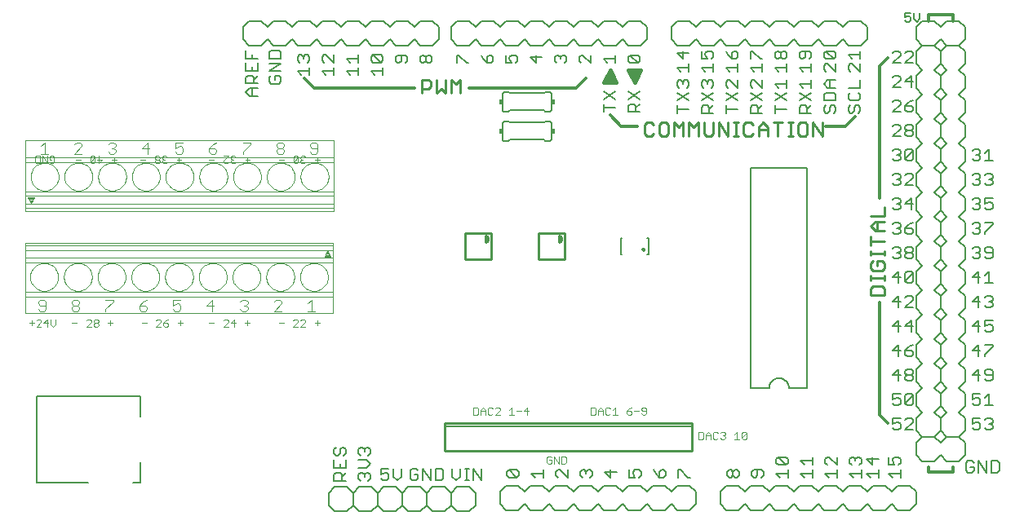
<source format=gto>
G75*
G70*
%OFA0B0*%
%FSLAX24Y24*%
%IPPOS*%
%LPD*%
%AMOC8*
5,1,8,0,0,1.08239X$1,22.5*
%
%ADD10C,0.0080*%
%ADD11C,0.0100*%
%ADD12C,0.0060*%
%ADD13C,0.0120*%
%ADD14C,0.0160*%
%ADD15C,0.0030*%
%ADD16R,0.0150X0.0200*%
%ADD17C,0.0040*%
D10*
X001690Y001780D02*
X001690Y005323D01*
X005902Y005323D01*
X005902Y004496D01*
X005902Y002606D02*
X005902Y001780D01*
X005627Y001780D01*
X003776Y001780D02*
X001690Y001780D01*
X013609Y001351D02*
X013609Y000851D01*
X013859Y000601D01*
X014359Y000601D01*
X014609Y000851D01*
X014609Y001351D01*
X014859Y001601D01*
X015359Y001601D01*
X015609Y001351D01*
X015609Y000851D01*
X015359Y000601D01*
X014859Y000601D01*
X014609Y000851D01*
X015609Y000851D02*
X015859Y000601D01*
X016359Y000601D01*
X016609Y000851D01*
X016609Y001351D01*
X016859Y001601D01*
X017359Y001601D01*
X017609Y001351D01*
X017609Y000851D01*
X017359Y000601D01*
X016859Y000601D01*
X016609Y000851D01*
X017609Y000851D02*
X017859Y000601D01*
X018359Y000601D01*
X018609Y000851D01*
X018609Y001351D01*
X018859Y001601D01*
X019359Y001601D01*
X019609Y001351D01*
X019609Y000851D01*
X019359Y000601D01*
X018859Y000601D01*
X018609Y000851D01*
X018609Y001351D02*
X018359Y001601D01*
X017859Y001601D01*
X017609Y001351D01*
X017459Y001873D02*
X017459Y002353D01*
X017779Y001873D01*
X017779Y002353D01*
X017975Y002353D02*
X018215Y002353D01*
X018295Y002273D01*
X018295Y001953D01*
X018215Y001873D01*
X017975Y001873D01*
X017975Y002353D01*
X018663Y002353D02*
X018663Y002033D01*
X018824Y001873D01*
X018984Y002033D01*
X018984Y002353D01*
X019179Y002353D02*
X019339Y002353D01*
X019259Y002353D02*
X019259Y001873D01*
X019179Y001873D02*
X019339Y001873D01*
X019523Y001873D02*
X019523Y002353D01*
X019843Y001873D01*
X019843Y002353D01*
X020888Y002231D02*
X020888Y002071D01*
X020968Y001991D01*
X021289Y001991D01*
X020968Y002311D01*
X021289Y002311D01*
X021369Y002231D01*
X021369Y002071D01*
X021289Y001991D01*
X020968Y002311D02*
X020888Y002231D01*
X021888Y002151D02*
X022369Y002151D01*
X022369Y001991D02*
X022369Y002311D01*
X022048Y001991D02*
X021888Y002151D01*
X021859Y001651D02*
X022359Y001651D01*
X022609Y001401D01*
X022859Y001651D01*
X023359Y001651D01*
X023609Y001401D01*
X023859Y001651D01*
X024359Y001651D01*
X024609Y001401D01*
X024859Y001651D01*
X025359Y001651D01*
X025609Y001401D01*
X025859Y001651D01*
X026359Y001651D01*
X026609Y001401D01*
X026859Y001651D01*
X027359Y001651D01*
X027609Y001401D01*
X027859Y001651D01*
X028359Y001651D01*
X028609Y001401D01*
X028609Y000901D01*
X028359Y000651D01*
X027859Y000651D01*
X027609Y000901D01*
X027359Y000651D01*
X026859Y000651D01*
X026609Y000901D01*
X026359Y000651D01*
X025859Y000651D01*
X025609Y000901D01*
X025359Y000651D01*
X024859Y000651D01*
X024609Y000901D01*
X024359Y000651D01*
X023859Y000651D01*
X023609Y000901D01*
X023359Y000651D01*
X022859Y000651D01*
X022609Y000901D01*
X022359Y000651D01*
X021859Y000651D01*
X021609Y000901D01*
X021359Y000651D01*
X020859Y000651D01*
X020609Y000901D01*
X020609Y001401D01*
X020859Y001651D01*
X021359Y001651D01*
X021609Y001401D01*
X021859Y001651D01*
X022888Y002071D02*
X022888Y002231D01*
X022968Y002311D01*
X023048Y002311D01*
X023369Y001991D01*
X023369Y002311D01*
X022968Y001991D02*
X022888Y002071D01*
X023888Y002071D02*
X023888Y002231D01*
X023968Y002311D01*
X024048Y002311D01*
X024128Y002231D01*
X024209Y002311D01*
X024289Y002311D01*
X024369Y002231D01*
X024369Y002071D01*
X024289Y001991D01*
X024128Y002151D02*
X024128Y002231D01*
X023968Y001991D02*
X023888Y002071D01*
X024888Y002231D02*
X025128Y001991D01*
X025128Y002311D01*
X024888Y002231D02*
X025369Y002231D01*
X025888Y002311D02*
X025888Y001991D01*
X026128Y001991D01*
X026048Y002151D01*
X026048Y002231D01*
X026128Y002311D01*
X026289Y002311D01*
X026369Y002231D01*
X026369Y002071D01*
X026289Y001991D01*
X026888Y002311D02*
X026968Y002151D01*
X027128Y001991D01*
X027128Y002231D01*
X027209Y002311D01*
X027289Y002311D01*
X027369Y002231D01*
X027369Y002071D01*
X027289Y001991D01*
X027128Y001991D01*
X027888Y001991D02*
X027888Y002311D01*
X027968Y002311D01*
X028289Y001991D01*
X028369Y001991D01*
X029609Y001401D02*
X029859Y001651D01*
X030359Y001651D01*
X030609Y001401D01*
X030859Y001651D01*
X031359Y001651D01*
X031609Y001401D01*
X031859Y001651D01*
X032359Y001651D01*
X032609Y001401D01*
X032859Y001651D01*
X033359Y001651D01*
X033609Y001401D01*
X033859Y001651D01*
X034359Y001651D01*
X034609Y001401D01*
X034859Y001651D01*
X035359Y001651D01*
X035609Y001401D01*
X035859Y001651D01*
X036359Y001651D01*
X036609Y001401D01*
X036859Y001651D01*
X037359Y001651D01*
X037609Y001401D01*
X037609Y000901D01*
X037359Y000651D01*
X036859Y000651D01*
X036609Y000901D01*
X036359Y000651D01*
X035859Y000651D01*
X035609Y000901D01*
X035359Y000651D01*
X034859Y000651D01*
X034609Y000901D01*
X034359Y000651D01*
X033859Y000651D01*
X033609Y000901D01*
X033359Y000651D01*
X032859Y000651D01*
X032609Y000901D01*
X032359Y000651D01*
X031859Y000651D01*
X031609Y000901D01*
X031359Y000651D01*
X030859Y000651D01*
X030609Y000901D01*
X030359Y000651D01*
X029859Y000651D01*
X029609Y000901D01*
X029609Y001401D01*
X029968Y001991D02*
X030048Y001991D01*
X030128Y002071D01*
X030128Y002231D01*
X030209Y002311D01*
X030289Y002311D01*
X030369Y002231D01*
X030369Y002071D01*
X030289Y001991D01*
X030209Y001991D01*
X030128Y002071D01*
X030128Y002231D02*
X030048Y002311D01*
X029968Y002311D01*
X029888Y002231D01*
X029888Y002071D01*
X029968Y001991D01*
X030888Y002071D02*
X030968Y001991D01*
X031048Y001991D01*
X031128Y002071D01*
X031128Y002311D01*
X030968Y002311D02*
X031289Y002311D01*
X031369Y002231D01*
X031369Y002071D01*
X031289Y001991D01*
X030888Y002071D02*
X030888Y002231D01*
X030968Y002311D01*
X031888Y002151D02*
X032369Y002151D01*
X032369Y001991D02*
X032369Y002311D01*
X032289Y002507D02*
X031968Y002827D01*
X032289Y002827D01*
X032369Y002747D01*
X032369Y002587D01*
X032289Y002507D01*
X031968Y002507D01*
X031888Y002587D01*
X031888Y002747D01*
X031968Y002827D01*
X032888Y002667D02*
X033048Y002507D01*
X032888Y002667D02*
X033369Y002667D01*
X033369Y002507D02*
X033369Y002827D01*
X033888Y002747D02*
X033888Y002587D01*
X033968Y002507D01*
X033888Y002747D02*
X033968Y002827D01*
X034048Y002827D01*
X034369Y002507D01*
X034369Y002827D01*
X034888Y002747D02*
X034888Y002587D01*
X034968Y002507D01*
X035128Y002667D02*
X035128Y002747D01*
X035209Y002827D01*
X035289Y002827D01*
X035369Y002747D01*
X035369Y002587D01*
X035289Y002507D01*
X035369Y002311D02*
X035369Y001991D01*
X035369Y002151D02*
X034888Y002151D01*
X035048Y001991D01*
X035588Y002151D02*
X036069Y002151D01*
X036069Y001991D02*
X036069Y002311D01*
X035828Y002507D02*
X035828Y002827D01*
X035588Y002747D02*
X035828Y002507D01*
X035588Y002747D02*
X036069Y002747D01*
X036488Y002827D02*
X036488Y002507D01*
X036728Y002507D01*
X036648Y002667D01*
X036648Y002747D01*
X036728Y002827D01*
X036889Y002827D01*
X036969Y002747D01*
X036969Y002587D01*
X036889Y002507D01*
X036969Y002311D02*
X036969Y001991D01*
X036969Y002151D02*
X036488Y002151D01*
X036648Y001991D01*
X035748Y001991D02*
X035588Y002151D01*
X035128Y002747D02*
X035048Y002827D01*
X034968Y002827D01*
X034888Y002747D01*
X034369Y002311D02*
X034369Y001991D01*
X034369Y002151D02*
X033888Y002151D01*
X034048Y001991D01*
X033369Y001991D02*
X033369Y002311D01*
X033369Y002151D02*
X032888Y002151D01*
X033048Y001991D01*
X032048Y001991D02*
X031888Y002151D01*
X036649Y004021D02*
X036729Y003941D01*
X036889Y003941D01*
X036969Y004021D01*
X036969Y004181D01*
X036889Y004261D01*
X036809Y004261D01*
X036649Y004181D01*
X036649Y004422D01*
X036969Y004422D01*
X037164Y004341D02*
X037244Y004422D01*
X037404Y004422D01*
X037485Y004341D01*
X037485Y004261D01*
X037164Y003941D01*
X037485Y003941D01*
X037609Y003901D02*
X037859Y003651D01*
X037609Y003401D01*
X037609Y002901D01*
X037859Y002651D01*
X038359Y002651D01*
X038609Y002901D01*
X038859Y002651D01*
X039359Y002651D01*
X039609Y002901D01*
X039609Y003401D01*
X039359Y003651D01*
X038859Y003651D01*
X038609Y003401D01*
X038359Y003651D01*
X037859Y003651D01*
X038359Y003651D01*
X038609Y003901D01*
X038609Y004401D01*
X038359Y004651D01*
X038609Y004901D01*
X038609Y005401D01*
X038359Y005651D01*
X038609Y005901D01*
X038609Y006401D01*
X038359Y006651D01*
X038609Y006901D01*
X038609Y007401D01*
X038359Y007651D01*
X038609Y007901D01*
X038609Y008401D01*
X038359Y008651D01*
X038609Y008901D01*
X038609Y009401D01*
X038359Y009651D01*
X038609Y009901D01*
X038609Y010401D01*
X038359Y010651D01*
X038609Y010901D01*
X038609Y011401D01*
X038359Y011651D01*
X038609Y011901D01*
X038609Y012401D01*
X038359Y012651D01*
X038609Y012901D01*
X038609Y013401D01*
X038359Y013651D01*
X038609Y013901D01*
X038609Y014401D01*
X038359Y014651D01*
X038609Y014901D01*
X038609Y015401D01*
X038359Y015651D01*
X038609Y015901D01*
X038609Y016401D01*
X038359Y016651D01*
X038609Y016901D01*
X038609Y017401D01*
X038359Y017651D01*
X038609Y017901D01*
X038609Y018401D01*
X038359Y018651D01*
X038609Y018901D01*
X038609Y019401D01*
X038359Y019651D01*
X037859Y019651D01*
X037609Y019901D01*
X037609Y020401D01*
X037859Y020651D01*
X038359Y020651D01*
X038609Y020401D01*
X038859Y020651D01*
X039359Y020651D01*
X039609Y020401D01*
X039609Y019901D01*
X039359Y019651D01*
X038859Y019651D01*
X038609Y019901D01*
X038359Y019651D01*
X037859Y019651D01*
X037609Y019401D01*
X037609Y018901D01*
X037859Y018651D01*
X037609Y018401D01*
X037609Y017901D01*
X037859Y017651D01*
X037609Y017401D01*
X037609Y016901D01*
X037859Y016651D01*
X037609Y016401D01*
X037609Y015901D01*
X037859Y015651D01*
X037609Y015401D01*
X037609Y014901D01*
X037859Y014651D01*
X037609Y014401D01*
X037609Y013901D01*
X037859Y013651D01*
X037609Y013401D01*
X037609Y012901D01*
X037859Y012651D01*
X037609Y012401D01*
X037609Y011901D01*
X037859Y011651D01*
X037609Y011401D01*
X037609Y010901D01*
X037859Y010651D01*
X037609Y010401D01*
X037609Y009901D01*
X037859Y009651D01*
X037609Y009401D01*
X037609Y008901D01*
X037859Y008651D01*
X037609Y008401D01*
X037609Y007901D01*
X037859Y007651D01*
X037609Y007401D01*
X037609Y006901D01*
X037859Y006651D01*
X037609Y006401D01*
X037609Y005901D01*
X037859Y005651D01*
X037609Y005401D01*
X037609Y004901D01*
X037859Y004651D01*
X037609Y004401D01*
X037609Y003901D01*
X038609Y003901D02*
X038859Y003651D01*
X039359Y003651D01*
X039609Y003901D01*
X039609Y004401D01*
X039359Y004651D01*
X039609Y004901D01*
X039609Y005401D01*
X039359Y005651D01*
X039609Y005901D01*
X039609Y006401D01*
X039359Y006651D01*
X039609Y006901D01*
X039609Y007401D01*
X039359Y007651D01*
X039609Y007901D01*
X039609Y008401D01*
X039359Y008651D01*
X039609Y008901D01*
X039609Y009401D01*
X039359Y009651D01*
X039609Y009901D01*
X039609Y010401D01*
X039359Y010651D01*
X039609Y010901D01*
X039609Y011401D01*
X039359Y011651D01*
X039609Y011901D01*
X039609Y012401D01*
X039359Y012651D01*
X039609Y012901D01*
X039609Y013401D01*
X039359Y013651D01*
X039609Y013901D01*
X039609Y014401D01*
X039359Y014651D01*
X039609Y014901D01*
X039609Y015401D01*
X039359Y015651D01*
X039609Y015901D01*
X039609Y016401D01*
X039359Y016651D01*
X039609Y016901D01*
X039609Y017401D01*
X039359Y017651D01*
X039609Y017901D01*
X039609Y018401D01*
X039359Y018651D01*
X039609Y018901D01*
X039609Y019401D01*
X039359Y019651D01*
X038859Y019651D01*
X038609Y019401D01*
X038609Y018901D01*
X038859Y018651D01*
X038609Y018401D01*
X038609Y017901D01*
X038859Y017651D01*
X038609Y017401D01*
X038609Y016901D01*
X038859Y016651D01*
X038609Y016401D01*
X038609Y015901D01*
X038859Y015651D01*
X038609Y015401D01*
X038609Y014901D01*
X038859Y014651D01*
X038609Y014401D01*
X038609Y013901D01*
X038859Y013651D01*
X038609Y013401D01*
X038609Y012901D01*
X038859Y012651D01*
X038609Y012401D01*
X038609Y011901D01*
X038859Y011651D01*
X038609Y011401D01*
X038609Y010901D01*
X038859Y010651D01*
X038609Y010401D01*
X038609Y009901D01*
X038859Y009651D01*
X038609Y009401D01*
X038609Y008901D01*
X038859Y008651D01*
X038609Y008401D01*
X038609Y007901D01*
X038859Y007651D01*
X038609Y007401D01*
X038609Y006901D01*
X038859Y006651D01*
X038609Y006401D01*
X038609Y005901D01*
X038859Y005651D01*
X038609Y005401D01*
X038609Y004901D01*
X038859Y004651D01*
X038609Y004401D01*
X038609Y003901D01*
X039899Y004021D02*
X039979Y003941D01*
X040139Y003941D01*
X040219Y004021D01*
X040219Y004181D01*
X040139Y004261D01*
X040059Y004261D01*
X039899Y004181D01*
X039899Y004422D01*
X040219Y004422D01*
X040414Y004341D02*
X040494Y004422D01*
X040654Y004422D01*
X040735Y004341D01*
X040735Y004261D01*
X040654Y004181D01*
X040735Y004101D01*
X040735Y004021D01*
X040654Y003941D01*
X040494Y003941D01*
X040414Y004021D01*
X040574Y004181D02*
X040654Y004181D01*
X040574Y004941D02*
X040574Y005422D01*
X040414Y005261D01*
X040219Y005181D02*
X040219Y005021D01*
X040139Y004941D01*
X039979Y004941D01*
X039899Y005021D01*
X039899Y005181D02*
X040059Y005261D01*
X040139Y005261D01*
X040219Y005181D01*
X040414Y004941D02*
X040735Y004941D01*
X039899Y005181D02*
X039899Y005422D01*
X040219Y005422D01*
X040139Y005941D02*
X040139Y006422D01*
X039899Y006181D01*
X040219Y006181D01*
X040414Y006261D02*
X040494Y006181D01*
X040735Y006181D01*
X040735Y006021D02*
X040735Y006341D01*
X040654Y006422D01*
X040494Y006422D01*
X040414Y006341D01*
X040414Y006261D01*
X040414Y006021D02*
X040494Y005941D01*
X040654Y005941D01*
X040735Y006021D01*
X040414Y006941D02*
X040414Y007021D01*
X040735Y007341D01*
X040735Y007422D01*
X040414Y007422D01*
X040139Y007422D02*
X039899Y007181D01*
X040219Y007181D01*
X040139Y006941D02*
X040139Y007422D01*
X040139Y007941D02*
X040139Y008422D01*
X039899Y008181D01*
X040219Y008181D01*
X040414Y008181D02*
X040574Y008261D01*
X040654Y008261D01*
X040735Y008181D01*
X040735Y008021D01*
X040654Y007941D01*
X040494Y007941D01*
X040414Y008021D01*
X040414Y008181D02*
X040414Y008422D01*
X040735Y008422D01*
X040654Y008941D02*
X040494Y008941D01*
X040414Y009021D01*
X040574Y009181D02*
X040654Y009181D01*
X040735Y009101D01*
X040735Y009021D01*
X040654Y008941D01*
X040654Y009181D02*
X040735Y009261D01*
X040735Y009341D01*
X040654Y009422D01*
X040494Y009422D01*
X040414Y009341D01*
X040219Y009181D02*
X039899Y009181D01*
X040139Y009422D01*
X040139Y008941D01*
X040139Y009941D02*
X040139Y010422D01*
X039899Y010181D01*
X040219Y010181D01*
X040414Y010261D02*
X040574Y010422D01*
X040574Y009941D01*
X040414Y009941D02*
X040735Y009941D01*
X040654Y010941D02*
X040494Y010941D01*
X040414Y011021D01*
X040494Y011181D02*
X040735Y011181D01*
X040735Y011021D02*
X040735Y011341D01*
X040654Y011422D01*
X040494Y011422D01*
X040414Y011341D01*
X040414Y011261D01*
X040494Y011181D01*
X040219Y011101D02*
X040219Y011021D01*
X040139Y010941D01*
X039979Y010941D01*
X039899Y011021D01*
X040059Y011181D02*
X040139Y011181D01*
X040219Y011101D01*
X040139Y011181D02*
X040219Y011261D01*
X040219Y011341D01*
X040139Y011422D01*
X039979Y011422D01*
X039899Y011341D01*
X040654Y010941D02*
X040735Y011021D01*
X040414Y011941D02*
X040414Y012021D01*
X040735Y012341D01*
X040735Y012422D01*
X040414Y012422D01*
X040219Y012341D02*
X040219Y012261D01*
X040139Y012181D01*
X040219Y012101D01*
X040219Y012021D01*
X040139Y011941D01*
X039979Y011941D01*
X039899Y012021D01*
X040059Y012181D02*
X040139Y012181D01*
X040219Y012341D02*
X040139Y012422D01*
X039979Y012422D01*
X039899Y012341D01*
X039979Y012941D02*
X039899Y013021D01*
X039979Y012941D02*
X040139Y012941D01*
X040219Y013021D01*
X040219Y013101D01*
X040139Y013181D01*
X040059Y013181D01*
X040139Y013181D02*
X040219Y013261D01*
X040219Y013341D01*
X040139Y013422D01*
X039979Y013422D01*
X039899Y013341D01*
X040414Y013422D02*
X040414Y013181D01*
X040574Y013261D01*
X040654Y013261D01*
X040735Y013181D01*
X040735Y013021D01*
X040654Y012941D01*
X040494Y012941D01*
X040414Y013021D01*
X040414Y013422D02*
X040735Y013422D01*
X040654Y013941D02*
X040494Y013941D01*
X040414Y014021D01*
X040219Y014021D02*
X040139Y013941D01*
X039979Y013941D01*
X039899Y014021D01*
X040059Y014181D02*
X040139Y014181D01*
X040219Y014101D01*
X040219Y014021D01*
X040139Y014181D02*
X040219Y014261D01*
X040219Y014341D01*
X040139Y014422D01*
X039979Y014422D01*
X039899Y014341D01*
X040414Y014341D02*
X040494Y014422D01*
X040654Y014422D01*
X040735Y014341D01*
X040735Y014261D01*
X040654Y014181D01*
X040735Y014101D01*
X040735Y014021D01*
X040654Y013941D01*
X040654Y014181D02*
X040574Y014181D01*
X040574Y014941D02*
X040574Y015422D01*
X040414Y015261D01*
X040219Y015261D02*
X040139Y015181D01*
X040219Y015101D01*
X040219Y015021D01*
X040139Y014941D01*
X039979Y014941D01*
X039899Y015021D01*
X040059Y015181D02*
X040139Y015181D01*
X040219Y015261D02*
X040219Y015341D01*
X040139Y015422D01*
X039979Y015422D01*
X039899Y015341D01*
X040414Y014941D02*
X040735Y014941D01*
X037485Y015021D02*
X037404Y014941D01*
X037244Y014941D01*
X037164Y015021D01*
X037485Y015341D01*
X037485Y015021D01*
X037485Y015341D02*
X037404Y015422D01*
X037244Y015422D01*
X037164Y015341D01*
X037164Y015021D01*
X036969Y015021D02*
X036889Y014941D01*
X036729Y014941D01*
X036649Y015021D01*
X036809Y015181D02*
X036889Y015181D01*
X036969Y015101D01*
X036969Y015021D01*
X036889Y015181D02*
X036969Y015261D01*
X036969Y015341D01*
X036889Y015422D01*
X036729Y015422D01*
X036649Y015341D01*
X036649Y015941D02*
X036969Y016261D01*
X036969Y016341D01*
X036889Y016422D01*
X036729Y016422D01*
X036649Y016341D01*
X037164Y016341D02*
X037164Y016261D01*
X037244Y016181D01*
X037404Y016181D01*
X037485Y016101D01*
X037485Y016021D01*
X037404Y015941D01*
X037244Y015941D01*
X037164Y016021D01*
X037164Y016101D01*
X037244Y016181D01*
X037404Y016181D02*
X037485Y016261D01*
X037485Y016341D01*
X037404Y016422D01*
X037244Y016422D01*
X037164Y016341D01*
X036969Y015941D02*
X036649Y015941D01*
X036649Y016941D02*
X036969Y017261D01*
X036969Y017341D01*
X036889Y017422D01*
X036729Y017422D01*
X036649Y017341D01*
X037164Y017181D02*
X037404Y017181D01*
X037485Y017101D01*
X037485Y017021D01*
X037404Y016941D01*
X037244Y016941D01*
X037164Y017021D01*
X037164Y017181D01*
X037324Y017341D01*
X037485Y017422D01*
X037404Y017941D02*
X037404Y018422D01*
X037164Y018181D01*
X037485Y018181D01*
X036969Y018261D02*
X036969Y018341D01*
X036889Y018422D01*
X036729Y018422D01*
X036649Y018341D01*
X036969Y018261D02*
X036649Y017941D01*
X036969Y017941D01*
X036969Y016941D02*
X036649Y016941D01*
X035319Y016971D02*
X035239Y016891D01*
X035319Y016971D02*
X035319Y017131D01*
X035239Y017211D01*
X035159Y017211D01*
X035078Y017131D01*
X035078Y016971D01*
X034998Y016891D01*
X034918Y016891D01*
X034838Y016971D01*
X034838Y017131D01*
X034918Y017211D01*
X034918Y017407D02*
X035239Y017407D01*
X035319Y017487D01*
X035319Y017647D01*
X035239Y017727D01*
X035319Y017922D02*
X034838Y017922D01*
X034918Y017727D02*
X034838Y017647D01*
X034838Y017487D01*
X034918Y017407D01*
X034319Y017407D02*
X034319Y017647D01*
X034239Y017727D01*
X033918Y017727D01*
X033838Y017647D01*
X033838Y017407D01*
X034319Y017407D01*
X034239Y017211D02*
X034319Y017131D01*
X034319Y016971D01*
X034239Y016891D01*
X034078Y016971D02*
X034078Y017131D01*
X034159Y017211D01*
X034239Y017211D01*
X034078Y016971D02*
X033998Y016891D01*
X033918Y016891D01*
X033838Y016971D01*
X033838Y017131D01*
X033918Y017211D01*
X033319Y017211D02*
X033159Y017051D01*
X033159Y017131D02*
X033159Y016891D01*
X033319Y016891D02*
X032838Y016891D01*
X032838Y017131D01*
X032918Y017211D01*
X033078Y017211D01*
X033159Y017131D01*
X033319Y017407D02*
X032838Y017727D01*
X032998Y017922D02*
X032838Y018083D01*
X033319Y018083D01*
X033319Y018243D02*
X033319Y017922D01*
X033319Y017727D02*
X032838Y017407D01*
X032319Y017407D02*
X031838Y017727D01*
X031998Y017922D02*
X031838Y018083D01*
X032319Y018083D01*
X032319Y018243D02*
X032319Y017922D01*
X032319Y017727D02*
X031838Y017407D01*
X031838Y017211D02*
X031838Y016891D01*
X031838Y017051D02*
X032319Y017051D01*
X031319Y016891D02*
X030838Y016891D01*
X030838Y017131D01*
X030918Y017211D01*
X031078Y017211D01*
X031159Y017131D01*
X031159Y016891D01*
X031159Y017051D02*
X031319Y017211D01*
X031319Y017407D02*
X030838Y017727D01*
X030918Y017922D02*
X030838Y018002D01*
X030838Y018163D01*
X030918Y018243D01*
X030998Y018243D01*
X031319Y017922D01*
X031319Y018243D01*
X031319Y018591D02*
X031319Y018911D01*
X031319Y018751D02*
X030838Y018751D01*
X030998Y018591D01*
X030319Y018591D02*
X030319Y018911D01*
X030319Y018751D02*
X029838Y018751D01*
X029998Y018591D01*
X029998Y018243D02*
X029918Y018243D01*
X029838Y018163D01*
X029838Y018002D01*
X029918Y017922D01*
X029838Y017727D02*
X030319Y017407D01*
X030319Y017727D02*
X029838Y017407D01*
X029838Y017211D02*
X029838Y016891D01*
X029838Y017051D02*
X030319Y017051D01*
X030838Y017407D02*
X031319Y017727D01*
X030319Y017922D02*
X029998Y018243D01*
X030319Y018243D02*
X030319Y017922D01*
X029319Y018002D02*
X029239Y017922D01*
X029319Y018002D02*
X029319Y018163D01*
X029239Y018243D01*
X029159Y018243D01*
X029078Y018163D01*
X029078Y018083D01*
X029078Y018163D02*
X028998Y018243D01*
X028918Y018243D01*
X028838Y018163D01*
X028838Y018002D01*
X028918Y017922D01*
X028838Y017727D02*
X029319Y017407D01*
X029319Y017211D02*
X029159Y017051D01*
X029159Y017131D02*
X029159Y016891D01*
X029319Y016891D02*
X028838Y016891D01*
X028838Y017131D01*
X028918Y017211D01*
X029078Y017211D01*
X029159Y017131D01*
X028838Y017407D02*
X029319Y017727D01*
X028319Y017727D02*
X027838Y017407D01*
X027838Y017211D02*
X027838Y016891D01*
X027838Y017051D02*
X028319Y017051D01*
X028319Y017407D02*
X027838Y017727D01*
X027918Y017922D02*
X027838Y018002D01*
X027838Y018163D01*
X027918Y018243D01*
X027998Y018243D01*
X028078Y018163D01*
X028159Y018243D01*
X028239Y018243D01*
X028319Y018163D01*
X028319Y018002D01*
X028239Y017922D01*
X028078Y018083D02*
X028078Y018163D01*
X027998Y018591D02*
X027838Y018751D01*
X028319Y018751D01*
X028319Y018591D02*
X028319Y018911D01*
X028078Y019107D02*
X028078Y019427D01*
X027838Y019347D02*
X028078Y019107D01*
X027838Y019347D02*
X028319Y019347D01*
X028359Y019651D02*
X027859Y019651D01*
X027609Y019901D01*
X027609Y020401D01*
X027859Y020651D01*
X028359Y020651D01*
X028609Y020401D01*
X028859Y020651D01*
X029359Y020651D01*
X029609Y020401D01*
X029859Y020651D01*
X030359Y020651D01*
X030609Y020401D01*
X030859Y020651D01*
X031359Y020651D01*
X031609Y020401D01*
X031859Y020651D01*
X032359Y020651D01*
X032609Y020401D01*
X032859Y020651D01*
X033359Y020651D01*
X033609Y020401D01*
X033859Y020651D01*
X034359Y020651D01*
X034609Y020401D01*
X034859Y020651D01*
X035359Y020651D01*
X035609Y020401D01*
X035609Y019901D01*
X035359Y019651D01*
X034859Y019651D01*
X034609Y019901D01*
X034359Y019651D01*
X033859Y019651D01*
X033609Y019901D01*
X033359Y019651D01*
X032859Y019651D01*
X032609Y019901D01*
X032359Y019651D01*
X031859Y019651D01*
X031609Y019901D01*
X031359Y019651D01*
X030859Y019651D01*
X030609Y019901D01*
X030359Y019651D01*
X029859Y019651D01*
X029609Y019901D01*
X029359Y019651D01*
X028859Y019651D01*
X028609Y019901D01*
X028359Y019651D01*
X028838Y019427D02*
X028838Y019107D01*
X029078Y019107D01*
X028998Y019267D01*
X028998Y019347D01*
X029078Y019427D01*
X029239Y019427D01*
X029319Y019347D01*
X029319Y019187D01*
X029239Y019107D01*
X029319Y018911D02*
X029319Y018591D01*
X029319Y018751D02*
X028838Y018751D01*
X028998Y018591D01*
X029918Y019267D02*
X030078Y019107D01*
X030078Y019347D01*
X030159Y019427D01*
X030239Y019427D01*
X030319Y019347D01*
X030319Y019187D01*
X030239Y019107D01*
X030078Y019107D01*
X029918Y019267D02*
X029838Y019427D01*
X030838Y019427D02*
X030838Y019107D01*
X030838Y019427D02*
X030918Y019427D01*
X031239Y019107D01*
X031319Y019107D01*
X031838Y019187D02*
X031838Y019347D01*
X031918Y019427D01*
X031998Y019427D01*
X032078Y019347D01*
X032078Y019187D01*
X031998Y019107D01*
X031918Y019107D01*
X031838Y019187D01*
X032078Y019187D02*
X032159Y019107D01*
X032239Y019107D01*
X032319Y019187D01*
X032319Y019347D01*
X032239Y019427D01*
X032159Y019427D01*
X032078Y019347D01*
X032319Y018911D02*
X032319Y018591D01*
X032319Y018751D02*
X031838Y018751D01*
X031998Y018591D01*
X032838Y018751D02*
X032998Y018591D01*
X032838Y018751D02*
X033319Y018751D01*
X033319Y018591D02*
X033319Y018911D01*
X033239Y019107D02*
X033319Y019187D01*
X033319Y019347D01*
X033239Y019427D01*
X032918Y019427D01*
X032838Y019347D01*
X032838Y019187D01*
X032918Y019107D01*
X032998Y019107D01*
X033078Y019187D01*
X033078Y019427D01*
X033838Y019347D02*
X033838Y019187D01*
X033918Y019107D01*
X034239Y019107D01*
X033918Y019427D01*
X034239Y019427D01*
X034319Y019347D01*
X034319Y019187D01*
X034239Y019107D01*
X034319Y018911D02*
X034319Y018591D01*
X033998Y018911D01*
X033918Y018911D01*
X033838Y018831D01*
X033838Y018671D01*
X033918Y018591D01*
X033998Y018243D02*
X034319Y018243D01*
X034078Y018243D02*
X034078Y017922D01*
X033998Y017922D02*
X033838Y018083D01*
X033998Y018243D01*
X033998Y017922D02*
X034319Y017922D01*
X034918Y018591D02*
X034838Y018671D01*
X034838Y018831D01*
X034918Y018911D01*
X034998Y018911D01*
X035319Y018591D01*
X035319Y018911D01*
X035319Y019107D02*
X035319Y019427D01*
X035319Y019267D02*
X034838Y019267D01*
X034998Y019107D01*
X033918Y019427D02*
X033838Y019347D01*
X035319Y018243D02*
X035319Y017922D01*
X036649Y018941D02*
X036969Y019261D01*
X036969Y019341D01*
X036889Y019422D01*
X036729Y019422D01*
X036649Y019341D01*
X037164Y019341D02*
X037244Y019422D01*
X037404Y019422D01*
X037485Y019341D01*
X037485Y019261D01*
X037164Y018941D01*
X037485Y018941D01*
X036969Y018941D02*
X036649Y018941D01*
X036729Y014422D02*
X036889Y014422D01*
X036969Y014341D01*
X036969Y014261D01*
X036889Y014181D01*
X036969Y014101D01*
X036969Y014021D01*
X036889Y013941D01*
X036729Y013941D01*
X036649Y014021D01*
X036809Y014181D02*
X036889Y014181D01*
X036649Y014341D02*
X036729Y014422D01*
X037164Y014341D02*
X037244Y014422D01*
X037404Y014422D01*
X037485Y014341D01*
X037485Y014261D01*
X037164Y013941D01*
X037485Y013941D01*
X037404Y013422D02*
X037164Y013181D01*
X037485Y013181D01*
X037404Y012941D02*
X037404Y013422D01*
X036969Y013341D02*
X036969Y013261D01*
X036889Y013181D01*
X036969Y013101D01*
X036969Y013021D01*
X036889Y012941D01*
X036729Y012941D01*
X036649Y013021D01*
X036809Y013181D02*
X036889Y013181D01*
X036969Y013341D02*
X036889Y013422D01*
X036729Y013422D01*
X036649Y013341D01*
X036729Y012422D02*
X036889Y012422D01*
X036969Y012341D01*
X036969Y012261D01*
X036889Y012181D01*
X036969Y012101D01*
X036969Y012021D01*
X036889Y011941D01*
X036729Y011941D01*
X036649Y012021D01*
X036809Y012181D02*
X036889Y012181D01*
X037164Y012181D02*
X037404Y012181D01*
X037485Y012101D01*
X037485Y012021D01*
X037404Y011941D01*
X037244Y011941D01*
X037164Y012021D01*
X037164Y012181D01*
X037324Y012341D01*
X037485Y012422D01*
X036729Y012422D02*
X036649Y012341D01*
X036729Y011422D02*
X036889Y011422D01*
X036969Y011341D01*
X036969Y011261D01*
X036889Y011181D01*
X036969Y011101D01*
X036969Y011021D01*
X036889Y010941D01*
X036729Y010941D01*
X036649Y011021D01*
X036809Y011181D02*
X036889Y011181D01*
X037164Y011101D02*
X037244Y011181D01*
X037404Y011181D01*
X037485Y011101D01*
X037485Y011021D01*
X037404Y010941D01*
X037244Y010941D01*
X037164Y011021D01*
X037164Y011101D01*
X037244Y011181D02*
X037164Y011261D01*
X037164Y011341D01*
X037244Y011422D01*
X037404Y011422D01*
X037485Y011341D01*
X037485Y011261D01*
X037404Y011181D01*
X036729Y011422D02*
X036649Y011341D01*
X036889Y010422D02*
X036649Y010181D01*
X036969Y010181D01*
X037164Y010021D02*
X037164Y010341D01*
X037244Y010422D01*
X037404Y010422D01*
X037485Y010341D01*
X037164Y010021D01*
X037244Y009941D01*
X037404Y009941D01*
X037485Y010021D01*
X037485Y010341D01*
X036889Y010422D02*
X036889Y009941D01*
X036889Y009422D02*
X036649Y009181D01*
X036969Y009181D01*
X037164Y009341D02*
X037244Y009422D01*
X037404Y009422D01*
X037485Y009341D01*
X037485Y009261D01*
X037164Y008941D01*
X037485Y008941D01*
X036889Y008941D02*
X036889Y009422D01*
X036889Y008422D02*
X036649Y008181D01*
X036969Y008181D01*
X037164Y008181D02*
X037485Y008181D01*
X037404Y007941D02*
X037404Y008422D01*
X037164Y008181D01*
X036889Y007941D02*
X036889Y008422D01*
X036889Y007422D02*
X036649Y007181D01*
X036969Y007181D01*
X037164Y007181D02*
X037404Y007181D01*
X037485Y007101D01*
X037485Y007021D01*
X037404Y006941D01*
X037244Y006941D01*
X037164Y007021D01*
X037164Y007181D01*
X037324Y007341D01*
X037485Y007422D01*
X036889Y007422D02*
X036889Y006941D01*
X036889Y006422D02*
X036649Y006181D01*
X036969Y006181D01*
X037164Y006101D02*
X037244Y006181D01*
X037404Y006181D01*
X037485Y006101D01*
X037485Y006021D01*
X037404Y005941D01*
X037244Y005941D01*
X037164Y006021D01*
X037164Y006101D01*
X037244Y006181D02*
X037164Y006261D01*
X037164Y006341D01*
X037244Y006422D01*
X037404Y006422D01*
X037485Y006341D01*
X037485Y006261D01*
X037404Y006181D01*
X036889Y005941D02*
X036889Y006422D01*
X036969Y005422D02*
X036649Y005422D01*
X036649Y005181D01*
X036809Y005261D01*
X036889Y005261D01*
X036969Y005181D01*
X036969Y005021D01*
X036889Y004941D01*
X036729Y004941D01*
X036649Y005021D01*
X037164Y005021D02*
X037244Y004941D01*
X037404Y004941D01*
X037485Y005021D01*
X037485Y005341D01*
X037164Y005021D01*
X037164Y005341D01*
X037244Y005422D01*
X037404Y005422D01*
X037485Y005341D01*
X039729Y002672D02*
X039649Y002591D01*
X039649Y002271D01*
X039729Y002191D01*
X039889Y002191D01*
X039969Y002271D01*
X039969Y002431D01*
X039809Y002431D01*
X039969Y002591D02*
X039889Y002672D01*
X039729Y002672D01*
X040164Y002672D02*
X040485Y002191D01*
X040485Y002672D01*
X040680Y002672D02*
X040920Y002672D01*
X041000Y002591D01*
X041000Y002271D01*
X040920Y002191D01*
X040680Y002191D01*
X040680Y002672D01*
X040164Y002672D02*
X040164Y002191D01*
X026669Y011132D02*
X026631Y011132D01*
X026669Y011132D02*
X026669Y011770D01*
X026631Y011770D01*
X025586Y011770D02*
X025549Y011770D01*
X025549Y011132D01*
X025586Y011132D01*
X025838Y016941D02*
X025838Y017181D01*
X025918Y017261D01*
X026078Y017261D01*
X026159Y017181D01*
X026159Y016941D01*
X026319Y016941D02*
X025838Y016941D01*
X026159Y017101D02*
X026319Y017261D01*
X026319Y017457D02*
X025838Y017777D01*
X025838Y017457D02*
X026319Y017777D01*
X025319Y017777D02*
X024838Y017457D01*
X024838Y017261D02*
X024838Y016941D01*
X024838Y017101D02*
X025319Y017101D01*
X025319Y017457D02*
X024838Y017777D01*
X024998Y018941D02*
X024838Y019101D01*
X025319Y019101D01*
X025319Y018941D02*
X025319Y019261D01*
X025838Y019181D02*
X025838Y019021D01*
X025918Y018941D01*
X026239Y018941D01*
X025918Y019261D01*
X026239Y019261D01*
X026319Y019181D01*
X026319Y019021D01*
X026239Y018941D01*
X025918Y019261D02*
X025838Y019181D01*
X025859Y019651D02*
X025609Y019901D01*
X025359Y019651D01*
X024859Y019651D01*
X024609Y019901D01*
X024359Y019651D01*
X023859Y019651D01*
X023609Y019901D01*
X023359Y019651D01*
X022859Y019651D01*
X022609Y019901D01*
X022359Y019651D01*
X021859Y019651D01*
X021609Y019901D01*
X021359Y019651D01*
X020859Y019651D01*
X020609Y019901D01*
X020359Y019651D01*
X019859Y019651D01*
X019609Y019901D01*
X019359Y019651D01*
X018859Y019651D01*
X018609Y019901D01*
X018609Y020401D01*
X018859Y020651D01*
X019359Y020651D01*
X019609Y020401D01*
X019859Y020651D01*
X020359Y020651D01*
X020609Y020401D01*
X020859Y020651D01*
X021359Y020651D01*
X021609Y020401D01*
X021859Y020651D01*
X022359Y020651D01*
X022609Y020401D01*
X022859Y020651D01*
X023359Y020651D01*
X023609Y020401D01*
X023859Y020651D01*
X024359Y020651D01*
X024609Y020401D01*
X024859Y020651D01*
X025359Y020651D01*
X025609Y020401D01*
X025859Y020651D01*
X026359Y020651D01*
X026609Y020401D01*
X026609Y019901D01*
X026359Y019651D01*
X025859Y019651D01*
X024319Y019261D02*
X024319Y018941D01*
X023998Y019261D01*
X023918Y019261D01*
X023838Y019181D01*
X023838Y019021D01*
X023918Y018941D01*
X023319Y019021D02*
X023319Y019181D01*
X023239Y019261D01*
X023159Y019261D01*
X023078Y019181D01*
X023078Y019101D01*
X023078Y019181D02*
X022998Y019261D01*
X022918Y019261D01*
X022838Y019181D01*
X022838Y019021D01*
X022918Y018941D01*
X023239Y018941D02*
X023319Y019021D01*
X022319Y019181D02*
X021838Y019181D01*
X022078Y018941D01*
X022078Y019261D01*
X021319Y019181D02*
X021319Y019021D01*
X021239Y018941D01*
X021078Y018941D02*
X020998Y019101D01*
X020998Y019181D01*
X021078Y019261D01*
X021239Y019261D01*
X021319Y019181D01*
X021078Y018941D02*
X020838Y018941D01*
X020838Y019261D01*
X020319Y019181D02*
X020319Y019021D01*
X020239Y018941D01*
X020078Y018941D01*
X020078Y019181D01*
X020159Y019261D01*
X020239Y019261D01*
X020319Y019181D01*
X020078Y018941D02*
X019918Y019101D01*
X019838Y019261D01*
X019319Y018941D02*
X019239Y018941D01*
X018918Y019261D01*
X018838Y019261D01*
X018838Y018941D01*
X017819Y019021D02*
X017739Y018941D01*
X017659Y018941D01*
X017578Y019021D01*
X017578Y019181D01*
X017659Y019261D01*
X017739Y019261D01*
X017819Y019181D01*
X017819Y019021D01*
X017578Y019021D02*
X017498Y018941D01*
X017418Y018941D01*
X017338Y019021D01*
X017338Y019181D01*
X017418Y019261D01*
X017498Y019261D01*
X017578Y019181D01*
X017359Y019651D02*
X017109Y019901D01*
X016859Y019651D01*
X016359Y019651D01*
X016109Y019901D01*
X015859Y019651D01*
X015359Y019651D01*
X015109Y019901D01*
X014859Y019651D01*
X014359Y019651D01*
X014109Y019901D01*
X013859Y019651D01*
X013359Y019651D01*
X013109Y019901D01*
X012859Y019651D01*
X012359Y019651D01*
X012109Y019901D01*
X011859Y019651D01*
X011359Y019651D01*
X011109Y019901D01*
X010859Y019651D01*
X010359Y019651D01*
X010109Y019901D01*
X010109Y020401D01*
X010359Y020651D01*
X010859Y020651D01*
X011109Y020401D01*
X011359Y020651D01*
X011859Y020651D01*
X012109Y020401D01*
X012359Y020651D01*
X012859Y020651D01*
X013109Y020401D01*
X013359Y020651D01*
X013859Y020651D01*
X014109Y020401D01*
X014359Y020651D01*
X014859Y020651D01*
X015109Y020401D01*
X015359Y020651D01*
X015859Y020651D01*
X016109Y020401D01*
X016359Y020651D01*
X016859Y020651D01*
X017109Y020401D01*
X017359Y020651D01*
X017859Y020651D01*
X018109Y020401D01*
X018109Y019901D01*
X017859Y019651D01*
X017359Y019651D01*
X016819Y019181D02*
X016739Y019261D01*
X016418Y019261D01*
X016338Y019181D01*
X016338Y019021D01*
X016418Y018941D01*
X016498Y018941D01*
X016578Y019021D01*
X016578Y019261D01*
X016819Y019181D02*
X016819Y019021D01*
X016739Y018941D01*
X015819Y019037D02*
X015739Y018957D01*
X015418Y019277D01*
X015739Y019277D01*
X015819Y019197D01*
X015819Y019037D01*
X015739Y018957D02*
X015418Y018957D01*
X015338Y019037D01*
X015338Y019197D01*
X015418Y019277D01*
X014819Y019277D02*
X014819Y018957D01*
X014819Y019117D02*
X014338Y019117D01*
X014498Y018957D01*
X014819Y018761D02*
X014819Y018441D01*
X014819Y018601D02*
X014338Y018601D01*
X014498Y018441D01*
X013819Y018441D02*
X013819Y018761D01*
X013819Y018601D02*
X013338Y018601D01*
X013498Y018441D01*
X013418Y018957D02*
X013338Y019037D01*
X013338Y019197D01*
X013418Y019277D01*
X013498Y019277D01*
X013819Y018957D01*
X013819Y019277D01*
X012819Y019197D02*
X012819Y019037D01*
X012739Y018957D01*
X012819Y018761D02*
X012819Y018441D01*
X012819Y018601D02*
X012338Y018601D01*
X012498Y018441D01*
X012418Y018957D02*
X012338Y019037D01*
X012338Y019197D01*
X012418Y019277D01*
X012498Y019277D01*
X012578Y019197D01*
X012659Y019277D01*
X012739Y019277D01*
X012819Y019197D01*
X012578Y019197D02*
X012578Y019117D01*
X011661Y019127D02*
X011661Y019367D01*
X011581Y019447D01*
X011261Y019447D01*
X011181Y019367D01*
X011181Y019127D01*
X011661Y019127D01*
X011661Y018932D02*
X011181Y018932D01*
X010707Y018937D02*
X010707Y018617D01*
X010227Y018617D01*
X010227Y018937D01*
X010227Y019133D02*
X010227Y019453D01*
X010467Y019293D02*
X010467Y019133D01*
X010707Y019133D02*
X010227Y019133D01*
X010467Y018777D02*
X010467Y018617D01*
X010467Y018422D02*
X010307Y018422D01*
X010227Y018342D01*
X010227Y018102D01*
X010707Y018102D01*
X010547Y018102D02*
X010547Y018342D01*
X010467Y018422D01*
X010547Y018262D02*
X010707Y018422D01*
X011181Y018336D02*
X011181Y018176D01*
X011261Y018096D01*
X011581Y018096D01*
X011661Y018176D01*
X011661Y018336D01*
X011581Y018416D01*
X011421Y018416D01*
X011421Y018256D01*
X011261Y018416D02*
X011181Y018336D01*
X011181Y018612D02*
X011661Y018932D01*
X011661Y018612D02*
X011181Y018612D01*
X010707Y017906D02*
X010387Y017906D01*
X010227Y017746D01*
X010387Y017586D01*
X010707Y017586D01*
X010467Y017586D02*
X010467Y017906D01*
X015338Y018601D02*
X015819Y018601D01*
X015819Y018441D02*
X015819Y018761D01*
X015498Y018441D02*
X015338Y018601D01*
X015227Y003217D02*
X015307Y003137D01*
X015307Y002977D01*
X015227Y002897D01*
X015147Y002702D02*
X014827Y002702D01*
X014907Y002897D02*
X014827Y002977D01*
X014827Y003137D01*
X014907Y003217D01*
X014987Y003217D01*
X015067Y003137D01*
X015147Y003217D01*
X015227Y003217D01*
X015067Y003137D02*
X015067Y003057D01*
X015147Y002702D02*
X015307Y002542D01*
X015147Y002382D01*
X014827Y002382D01*
X014907Y002186D02*
X014987Y002186D01*
X015067Y002106D01*
X015147Y002186D01*
X015227Y002186D01*
X015307Y002106D01*
X015307Y001946D01*
X015227Y001866D01*
X015067Y002026D02*
X015067Y002106D01*
X014907Y002186D02*
X014827Y002106D01*
X014827Y001946D01*
X014907Y001866D01*
X014609Y001351D02*
X014359Y001601D01*
X013859Y001601D01*
X013609Y001351D01*
X013827Y001866D02*
X013827Y002106D01*
X013907Y002186D01*
X014067Y002186D01*
X014147Y002106D01*
X014147Y001866D01*
X014307Y001866D02*
X013827Y001866D01*
X014147Y002026D02*
X014307Y002186D01*
X014307Y002382D02*
X013827Y002382D01*
X013827Y002702D01*
X013907Y002897D02*
X013987Y002897D01*
X014067Y002977D01*
X014067Y003137D01*
X014147Y003217D01*
X014227Y003217D01*
X014307Y003137D01*
X014307Y002977D01*
X014227Y002897D01*
X014307Y002702D02*
X014307Y002382D01*
X014067Y002382D02*
X014067Y002542D01*
X013907Y002897D02*
X013827Y002977D01*
X013827Y003137D01*
X013907Y003217D01*
X015743Y002353D02*
X015743Y002113D01*
X015904Y002193D01*
X015984Y002193D01*
X016064Y002113D01*
X016064Y001953D01*
X015984Y001873D01*
X015824Y001873D01*
X015743Y001953D01*
X015743Y002353D02*
X016064Y002353D01*
X016259Y002353D02*
X016259Y002033D01*
X016419Y001873D01*
X016579Y002033D01*
X016579Y002353D01*
X016943Y002273D02*
X016943Y001953D01*
X017024Y001873D01*
X017184Y001873D01*
X017264Y001953D01*
X017264Y002113D01*
X017104Y002113D01*
X017264Y002273D02*
X017184Y002353D01*
X017024Y002353D01*
X016943Y002273D01*
X016359Y001601D02*
X015859Y001601D01*
X015609Y001351D01*
X016359Y001601D02*
X016609Y001351D01*
D11*
X018357Y003080D02*
X018357Y004222D01*
X028460Y004222D01*
X028460Y003080D01*
X018357Y003080D01*
X019169Y010911D02*
X020249Y010911D01*
X020249Y011991D01*
X019169Y011991D01*
X019169Y010911D01*
X020009Y011631D02*
X020009Y011871D01*
X020030Y011869D01*
X020050Y011864D01*
X020069Y011855D01*
X020086Y011843D01*
X020101Y011828D01*
X020113Y011811D01*
X020122Y011792D01*
X020127Y011772D01*
X020129Y011751D01*
X020127Y011730D01*
X020122Y011710D01*
X020113Y011691D01*
X020101Y011674D01*
X020086Y011659D01*
X020069Y011647D01*
X020050Y011638D01*
X020030Y011633D01*
X020009Y011631D01*
X022169Y011991D02*
X022169Y010911D01*
X023249Y010911D01*
X023249Y011991D01*
X022169Y011991D01*
X023009Y011871D02*
X023009Y011631D01*
X023030Y011633D01*
X023050Y011638D01*
X023069Y011647D01*
X023086Y011659D01*
X023101Y011674D01*
X023113Y011691D01*
X023122Y011710D01*
X023127Y011730D01*
X023129Y011751D01*
X023127Y011772D01*
X023122Y011792D01*
X023113Y011811D01*
X023101Y011828D01*
X023086Y011843D01*
X023069Y011855D01*
X023050Y011864D01*
X023030Y011869D01*
X023009Y011871D01*
X026602Y015951D02*
X026789Y015951D01*
X026882Y016045D01*
X027116Y016045D02*
X027210Y015951D01*
X027397Y015951D01*
X027490Y016045D01*
X027490Y016418D01*
X027397Y016512D01*
X027210Y016512D01*
X027116Y016418D01*
X027116Y016045D01*
X026882Y016418D02*
X026789Y016512D01*
X026602Y016512D01*
X026509Y016418D01*
X026509Y016045D01*
X026602Y015951D01*
X027724Y015951D02*
X027724Y016512D01*
X027911Y016325D01*
X028098Y016512D01*
X028098Y015951D01*
X028332Y015951D02*
X028332Y016512D01*
X028519Y016325D01*
X028705Y016512D01*
X028705Y015951D01*
X028940Y016045D02*
X029033Y015951D01*
X029220Y015951D01*
X029313Y016045D01*
X029313Y016512D01*
X029547Y016512D02*
X029921Y015951D01*
X029921Y016512D01*
X030155Y016512D02*
X030342Y016512D01*
X030248Y016512D02*
X030248Y015951D01*
X030155Y015951D02*
X030342Y015951D01*
X030560Y016045D02*
X030653Y015951D01*
X030840Y015951D01*
X030934Y016045D01*
X031168Y015951D02*
X031168Y016325D01*
X031355Y016512D01*
X031541Y016325D01*
X031541Y015951D01*
X031541Y016231D02*
X031168Y016231D01*
X030934Y016418D02*
X030840Y016512D01*
X030653Y016512D01*
X030560Y016418D01*
X030560Y016045D01*
X029547Y015951D02*
X029547Y016512D01*
X028940Y016512D02*
X028940Y016045D01*
X031776Y016512D02*
X032149Y016512D01*
X031962Y016512D02*
X031962Y015951D01*
X032383Y015951D02*
X032570Y015951D01*
X032477Y015951D02*
X032477Y016512D01*
X032570Y016512D02*
X032383Y016512D01*
X032788Y016418D02*
X032788Y016045D01*
X032882Y015951D01*
X033069Y015951D01*
X033162Y016045D01*
X033162Y016418D01*
X033069Y016512D01*
X032882Y016512D01*
X032788Y016418D01*
X033396Y016512D02*
X033770Y015951D01*
X033770Y016512D01*
X033396Y016512D02*
X033396Y015951D01*
X036309Y013066D02*
X036309Y012692D01*
X035748Y012692D01*
X035935Y012458D02*
X036309Y012458D01*
X036028Y012458D02*
X036028Y012085D01*
X035935Y012085D02*
X035748Y012271D01*
X035935Y012458D01*
X035935Y012085D02*
X036309Y012085D01*
X035748Y011850D02*
X035748Y011477D01*
X035748Y011664D02*
X036309Y011664D01*
X036309Y011259D02*
X036309Y011072D01*
X036309Y011165D02*
X035748Y011165D01*
X035748Y011072D02*
X035748Y011259D01*
X035842Y010838D02*
X035748Y010744D01*
X035748Y010557D01*
X035842Y010464D01*
X036215Y010464D01*
X036309Y010557D01*
X036309Y010744D01*
X036215Y010838D01*
X036028Y010838D01*
X036028Y010651D01*
X035748Y010246D02*
X035748Y010059D01*
X035748Y010152D02*
X036309Y010152D01*
X036309Y010059D02*
X036309Y010246D01*
X036215Y009825D02*
X035842Y009825D01*
X035748Y009731D01*
X035748Y009451D01*
X036309Y009451D01*
X036309Y009731D01*
X036215Y009825D01*
X018998Y017701D02*
X018998Y018262D01*
X018811Y018075D01*
X018624Y018262D01*
X018624Y017701D01*
X018390Y017701D02*
X018390Y018262D01*
X018016Y018262D02*
X018016Y017701D01*
X018203Y017888D01*
X018390Y017701D01*
X017782Y017981D02*
X017689Y017888D01*
X017409Y017888D01*
X017409Y017701D02*
X017409Y018262D01*
X017689Y018262D01*
X017782Y018168D01*
X017782Y017981D01*
D12*
X020709Y017651D02*
X020709Y017051D01*
X020711Y017034D01*
X020715Y017017D01*
X020722Y017001D01*
X020732Y016987D01*
X020745Y016974D01*
X020759Y016964D01*
X020775Y016957D01*
X020792Y016953D01*
X020809Y016951D01*
X020959Y016951D01*
X021009Y017001D01*
X022409Y017001D01*
X022459Y016951D01*
X022609Y016951D01*
X022626Y016953D01*
X022643Y016957D01*
X022659Y016964D01*
X022673Y016974D01*
X022686Y016987D01*
X022696Y017001D01*
X022703Y017017D01*
X022707Y017034D01*
X022709Y017051D01*
X022709Y017651D01*
X022707Y017668D01*
X022703Y017685D01*
X022696Y017701D01*
X022686Y017715D01*
X022673Y017728D01*
X022659Y017738D01*
X022643Y017745D01*
X022626Y017749D01*
X022609Y017751D01*
X022459Y017751D01*
X022409Y017701D01*
X021009Y017701D01*
X020959Y017751D01*
X020809Y017751D01*
X020792Y017749D01*
X020775Y017745D01*
X020759Y017738D01*
X020745Y017728D01*
X020732Y017715D01*
X020722Y017701D01*
X020715Y017685D01*
X020711Y017668D01*
X020709Y017651D01*
X020809Y016551D02*
X020959Y016551D01*
X021009Y016501D01*
X022409Y016501D01*
X022459Y016551D01*
X022609Y016551D01*
X022626Y016549D01*
X022643Y016545D01*
X022659Y016538D01*
X022673Y016528D01*
X022686Y016515D01*
X022696Y016501D01*
X022703Y016485D01*
X022707Y016468D01*
X022709Y016451D01*
X022709Y015851D01*
X022707Y015834D01*
X022703Y015817D01*
X022696Y015801D01*
X022686Y015787D01*
X022673Y015774D01*
X022659Y015764D01*
X022643Y015757D01*
X022626Y015753D01*
X022609Y015751D01*
X022459Y015751D01*
X022409Y015801D01*
X021009Y015801D01*
X020959Y015751D01*
X020809Y015751D01*
X020792Y015753D01*
X020775Y015757D01*
X020759Y015764D01*
X020745Y015774D01*
X020732Y015787D01*
X020722Y015801D01*
X020715Y015817D01*
X020711Y015834D01*
X020709Y015851D01*
X020709Y016451D01*
X020711Y016468D01*
X020715Y016485D01*
X020722Y016501D01*
X020732Y016515D01*
X020745Y016528D01*
X020759Y016538D01*
X020775Y016545D01*
X020792Y016549D01*
X020809Y016551D01*
X030859Y014651D02*
X033159Y014651D01*
X033159Y005651D01*
X032409Y005651D01*
X032407Y005690D01*
X032401Y005729D01*
X032392Y005767D01*
X032379Y005804D01*
X032362Y005840D01*
X032342Y005873D01*
X032318Y005905D01*
X032292Y005934D01*
X032263Y005960D01*
X032231Y005984D01*
X032198Y006004D01*
X032162Y006021D01*
X032125Y006034D01*
X032087Y006043D01*
X032048Y006049D01*
X032009Y006051D01*
X031970Y006049D01*
X031931Y006043D01*
X031893Y006034D01*
X031856Y006021D01*
X031820Y006004D01*
X031787Y005984D01*
X031755Y005960D01*
X031726Y005934D01*
X031700Y005905D01*
X031676Y005873D01*
X031656Y005840D01*
X031639Y005804D01*
X031626Y005767D01*
X031617Y005729D01*
X031611Y005690D01*
X031609Y005651D01*
X030859Y005651D01*
X030859Y014651D01*
X037152Y020688D02*
X037209Y020631D01*
X037322Y020631D01*
X037379Y020688D01*
X037379Y020801D01*
X037322Y020858D01*
X037265Y020858D01*
X037152Y020801D01*
X037152Y020971D01*
X037379Y020971D01*
X037520Y020971D02*
X037520Y020745D01*
X037634Y020631D01*
X037747Y020745D01*
X037747Y020971D01*
X028417Y004084D02*
X018401Y004084D01*
D13*
X026465Y011301D02*
X026467Y011308D01*
X026472Y011313D01*
X026479Y011315D01*
X026486Y011313D01*
X026491Y011308D01*
X026493Y011301D01*
X026491Y011294D01*
X026486Y011289D01*
X026479Y011287D01*
X026472Y011289D01*
X026467Y011294D01*
X026465Y011301D01*
X026209Y016351D02*
X025559Y016351D01*
X025109Y016801D01*
X023709Y017901D02*
X024109Y018301D01*
X023709Y017901D02*
X019359Y017901D01*
X017109Y017901D02*
X013009Y017901D01*
X012609Y018301D01*
X033909Y016351D02*
X034709Y016351D01*
X035109Y016751D01*
X036109Y018801D02*
X036459Y019151D01*
X036109Y018801D02*
X036109Y013401D01*
X036109Y009151D02*
X036109Y004551D01*
X036459Y004201D01*
X038109Y002401D02*
X038109Y002201D01*
X039109Y002201D01*
X039109Y002401D01*
X039109Y020651D02*
X039109Y020901D01*
X038109Y020901D01*
X038109Y020651D01*
D14*
X026359Y018651D02*
X026109Y018151D01*
X025859Y018651D01*
X026109Y018401D01*
X026109Y018651D01*
X026359Y018651D01*
X026109Y018401D01*
X026109Y018651D02*
X025859Y018651D01*
X025359Y018151D02*
X025109Y018401D01*
X025109Y018151D01*
X025359Y018151D01*
X025109Y018651D01*
X024859Y018151D01*
X025109Y018401D01*
X025109Y018151D02*
X024859Y018151D01*
D15*
X013244Y014991D02*
X013050Y014991D01*
X013147Y014894D02*
X013147Y015088D01*
X012654Y015088D02*
X012606Y015136D01*
X012509Y015136D01*
X012461Y015088D01*
X012461Y015039D01*
X012509Y014991D01*
X012558Y014991D01*
X012509Y014991D02*
X012461Y014943D01*
X012461Y014894D01*
X012509Y014846D01*
X012606Y014846D01*
X012654Y014894D01*
X012360Y014894D02*
X012360Y015088D01*
X012166Y014894D01*
X012166Y015088D01*
X012215Y015136D01*
X012311Y015136D01*
X012360Y015088D01*
X012360Y014894D02*
X012311Y014846D01*
X012215Y014846D01*
X012166Y014894D01*
X011770Y014991D02*
X011577Y014991D01*
X010394Y014991D02*
X010200Y014991D01*
X010297Y014894D02*
X010297Y015088D01*
X009804Y015088D02*
X009756Y015136D01*
X009659Y015136D01*
X009611Y015088D01*
X009611Y015039D01*
X009659Y014991D01*
X009708Y014991D01*
X009659Y014991D02*
X009611Y014943D01*
X009611Y014894D01*
X009659Y014846D01*
X009756Y014846D01*
X009804Y014894D01*
X009510Y014894D02*
X009461Y014846D01*
X009365Y014846D01*
X009316Y014894D01*
X009316Y014943D01*
X009510Y015136D01*
X009316Y015136D01*
X008920Y014991D02*
X008727Y014991D01*
X007594Y014991D02*
X007400Y014991D01*
X007497Y014894D02*
X007497Y015088D01*
X007004Y015088D02*
X006956Y015136D01*
X006859Y015136D01*
X006811Y015088D01*
X006811Y015039D01*
X006859Y014991D01*
X006908Y014991D01*
X006859Y014991D02*
X006811Y014943D01*
X006811Y014894D01*
X006859Y014846D01*
X006956Y014846D01*
X007004Y014894D01*
X006710Y014894D02*
X006710Y014943D01*
X006661Y014991D01*
X006565Y014991D01*
X006516Y015039D01*
X006516Y015088D01*
X006565Y015136D01*
X006661Y015136D01*
X006710Y015088D01*
X006710Y015039D01*
X006661Y014991D01*
X006565Y014991D02*
X006516Y014943D01*
X006516Y014894D01*
X006565Y014846D01*
X006661Y014846D01*
X006710Y014894D01*
X006120Y014991D02*
X005927Y014991D01*
X004944Y014991D02*
X004750Y014991D01*
X004847Y014894D02*
X004847Y015088D01*
X004354Y014991D02*
X004209Y014846D01*
X004209Y015136D01*
X004161Y014991D02*
X004354Y014991D01*
X004060Y014894D02*
X004011Y014846D01*
X003915Y014846D01*
X003866Y014894D01*
X004060Y015088D01*
X004011Y015136D01*
X003915Y015136D01*
X003866Y015088D01*
X003866Y014894D01*
X004060Y014894D02*
X004060Y015088D01*
X003470Y014991D02*
X003277Y014991D01*
X002394Y014894D02*
X002394Y015088D01*
X002345Y015136D01*
X002249Y015136D01*
X002200Y015088D01*
X002200Y014991D01*
X002297Y014991D01*
X002394Y014894D02*
X002345Y014846D01*
X002249Y014846D01*
X002200Y014894D01*
X002099Y014846D02*
X001906Y015136D01*
X001906Y014846D01*
X001804Y014846D02*
X001659Y014846D01*
X001611Y014894D01*
X001611Y015088D01*
X001659Y015136D01*
X001804Y015136D01*
X001804Y014846D01*
X002099Y014846D02*
X002099Y015136D01*
X002108Y008456D02*
X001963Y008311D01*
X002156Y008311D01*
X002258Y008263D02*
X002354Y008166D01*
X002451Y008263D01*
X002451Y008456D01*
X002258Y008456D02*
X002258Y008263D01*
X002108Y008166D02*
X002108Y008456D01*
X001862Y008408D02*
X001813Y008456D01*
X001717Y008456D01*
X001668Y008408D01*
X001567Y008311D02*
X001374Y008311D01*
X001470Y008215D02*
X001470Y008408D01*
X001668Y008166D02*
X001862Y008360D01*
X001862Y008408D01*
X001862Y008166D02*
X001668Y008166D01*
X003124Y008311D02*
X003317Y008311D01*
X003713Y008408D02*
X003761Y008456D01*
X003858Y008456D01*
X003906Y008408D01*
X003906Y008360D01*
X003713Y008166D01*
X003906Y008166D01*
X004008Y008215D02*
X004008Y008263D01*
X004056Y008311D01*
X004153Y008311D01*
X004201Y008263D01*
X004201Y008215D01*
X004153Y008166D01*
X004056Y008166D01*
X004008Y008215D01*
X004056Y008311D02*
X004008Y008360D01*
X004008Y008408D01*
X004056Y008456D01*
X004153Y008456D01*
X004201Y008408D01*
X004201Y008360D01*
X004153Y008311D01*
X004597Y008311D02*
X004790Y008311D01*
X004694Y008215D02*
X004694Y008408D01*
X005974Y008311D02*
X006167Y008311D01*
X006563Y008408D02*
X006611Y008456D01*
X006708Y008456D01*
X006756Y008408D01*
X006756Y008360D01*
X006563Y008166D01*
X006756Y008166D01*
X006858Y008215D02*
X006906Y008166D01*
X007003Y008166D01*
X007051Y008215D01*
X007051Y008263D01*
X007003Y008311D01*
X006858Y008311D01*
X006858Y008215D01*
X006858Y008311D02*
X006954Y008408D01*
X007051Y008456D01*
X007447Y008311D02*
X007640Y008311D01*
X007544Y008215D02*
X007544Y008408D01*
X008724Y008311D02*
X008917Y008311D01*
X009313Y008408D02*
X009361Y008456D01*
X009458Y008456D01*
X009506Y008408D01*
X009506Y008360D01*
X009313Y008166D01*
X009506Y008166D01*
X009608Y008311D02*
X009801Y008311D01*
X009753Y008166D02*
X009753Y008456D01*
X009608Y008311D01*
X010197Y008311D02*
X010390Y008311D01*
X010294Y008215D02*
X010294Y008408D01*
X011574Y008311D02*
X011767Y008311D01*
X012163Y008408D02*
X012211Y008456D01*
X012308Y008456D01*
X012356Y008408D01*
X012356Y008360D01*
X012163Y008166D01*
X012356Y008166D01*
X012458Y008166D02*
X012651Y008360D01*
X012651Y008408D01*
X012603Y008456D01*
X012506Y008456D01*
X012458Y008408D01*
X012458Y008166D02*
X012651Y008166D01*
X013047Y008311D02*
X013240Y008311D01*
X013144Y008215D02*
X013144Y008408D01*
X019524Y004856D02*
X019669Y004856D01*
X019717Y004808D01*
X019717Y004615D01*
X019669Y004566D01*
X019524Y004566D01*
X019524Y004856D01*
X019818Y004760D02*
X019915Y004856D01*
X020012Y004760D01*
X020012Y004566D01*
X020113Y004615D02*
X020161Y004566D01*
X020258Y004566D01*
X020306Y004615D01*
X020408Y004566D02*
X020601Y004760D01*
X020601Y004808D01*
X020553Y004856D01*
X020456Y004856D01*
X020408Y004808D01*
X020306Y004808D02*
X020258Y004856D01*
X020161Y004856D01*
X020113Y004808D01*
X020113Y004615D01*
X020012Y004711D02*
X019818Y004711D01*
X019818Y004760D02*
X019818Y004566D01*
X020408Y004566D02*
X020601Y004566D01*
X020997Y004566D02*
X021190Y004566D01*
X021094Y004566D02*
X021094Y004856D01*
X020997Y004760D01*
X021292Y004711D02*
X021485Y004711D01*
X021586Y004711D02*
X021731Y004856D01*
X021731Y004566D01*
X021780Y004711D02*
X021586Y004711D01*
X024324Y004566D02*
X024469Y004566D01*
X024517Y004615D01*
X024517Y004808D01*
X024469Y004856D01*
X024324Y004856D01*
X024324Y004566D01*
X024618Y004566D02*
X024618Y004760D01*
X024715Y004856D01*
X024812Y004760D01*
X024812Y004566D01*
X024913Y004615D02*
X024913Y004808D01*
X024961Y004856D01*
X025058Y004856D01*
X025106Y004808D01*
X025208Y004760D02*
X025304Y004856D01*
X025304Y004566D01*
X025208Y004566D02*
X025401Y004566D01*
X025106Y004615D02*
X025058Y004566D01*
X024961Y004566D01*
X024913Y004615D01*
X024812Y004711D02*
X024618Y004711D01*
X025797Y004711D02*
X025942Y004711D01*
X025990Y004663D01*
X025990Y004615D01*
X025942Y004566D01*
X025845Y004566D01*
X025797Y004615D01*
X025797Y004711D01*
X025894Y004808D01*
X025990Y004856D01*
X026092Y004711D02*
X026285Y004711D01*
X026386Y004760D02*
X026435Y004711D01*
X026580Y004711D01*
X026580Y004615D02*
X026580Y004808D01*
X026531Y004856D01*
X026435Y004856D01*
X026386Y004808D01*
X026386Y004760D01*
X026386Y004615D02*
X026435Y004566D01*
X026531Y004566D01*
X026580Y004615D01*
X028724Y003856D02*
X028724Y003566D01*
X028869Y003566D01*
X028917Y003615D01*
X028917Y003808D01*
X028869Y003856D01*
X028724Y003856D01*
X029018Y003760D02*
X029018Y003566D01*
X029018Y003711D02*
X029212Y003711D01*
X029212Y003760D02*
X029212Y003566D01*
X029313Y003615D02*
X029361Y003566D01*
X029458Y003566D01*
X029506Y003615D01*
X029608Y003615D02*
X029656Y003566D01*
X029753Y003566D01*
X029801Y003615D01*
X029801Y003663D01*
X029753Y003711D01*
X029704Y003711D01*
X029753Y003711D02*
X029801Y003760D01*
X029801Y003808D01*
X029753Y003856D01*
X029656Y003856D01*
X029608Y003808D01*
X029506Y003808D02*
X029458Y003856D01*
X029361Y003856D01*
X029313Y003808D01*
X029313Y003615D01*
X029212Y003760D02*
X029115Y003856D01*
X029018Y003760D01*
X030197Y003760D02*
X030294Y003856D01*
X030294Y003566D01*
X030390Y003566D02*
X030197Y003566D01*
X030492Y003615D02*
X030492Y003808D01*
X030540Y003856D01*
X030637Y003856D01*
X030685Y003808D01*
X030492Y003615D01*
X030540Y003566D01*
X030637Y003566D01*
X030685Y003615D01*
X030685Y003808D01*
X023306Y002808D02*
X023258Y002856D01*
X023113Y002856D01*
X023113Y002566D01*
X023258Y002566D01*
X023306Y002615D01*
X023306Y002808D01*
X023012Y002856D02*
X023012Y002566D01*
X022818Y002856D01*
X022818Y002566D01*
X022717Y002615D02*
X022717Y002711D01*
X022620Y002711D01*
X022524Y002615D02*
X022572Y002566D01*
X022669Y002566D01*
X022717Y002615D01*
X022717Y002808D02*
X022669Y002856D01*
X022572Y002856D01*
X022524Y002808D01*
X022524Y002615D01*
D16*
X022784Y016151D03*
X020634Y016151D03*
X020634Y017351D03*
X022784Y017351D03*
D17*
X013819Y015769D02*
X013819Y015085D01*
X013819Y014898D01*
X001220Y014898D01*
X001220Y013696D01*
X001220Y013506D01*
X001220Y013186D01*
X001220Y013013D01*
X001220Y012895D01*
X013819Y012895D01*
X013819Y013013D01*
X013819Y013186D01*
X001220Y013186D01*
X001220Y013013D02*
X013819Y013013D01*
X013819Y013186D02*
X013819Y013506D01*
X013819Y013696D01*
X001220Y013696D01*
X001220Y013506D02*
X013819Y013506D01*
X013819Y013696D02*
X013819Y014898D01*
X013819Y015085D02*
X001220Y015085D01*
X001220Y014898D01*
X001220Y015085D02*
X001220Y015769D01*
X013819Y015769D01*
X013160Y015611D02*
X013160Y015304D01*
X013084Y015227D01*
X012930Y015227D01*
X012853Y015304D01*
X012930Y015457D02*
X013160Y015457D01*
X013160Y015611D02*
X013084Y015688D01*
X012930Y015688D01*
X012853Y015611D01*
X012853Y015534D01*
X012930Y015457D01*
X011782Y015381D02*
X011782Y015304D01*
X011706Y015227D01*
X011552Y015227D01*
X011476Y015304D01*
X011476Y015381D01*
X011552Y015457D01*
X011706Y015457D01*
X011782Y015381D01*
X011706Y015457D02*
X011782Y015534D01*
X011782Y015611D01*
X011706Y015688D01*
X011552Y015688D01*
X011476Y015611D01*
X011476Y015534D01*
X011552Y015457D01*
X010407Y015611D02*
X010101Y015304D01*
X010101Y015227D01*
X010101Y015688D02*
X010407Y015688D01*
X010407Y015611D01*
X009032Y015688D02*
X008879Y015611D01*
X008726Y015457D01*
X008956Y015457D01*
X009032Y015381D01*
X009032Y015304D01*
X008956Y015227D01*
X008802Y015227D01*
X008726Y015304D01*
X008726Y015457D01*
X007657Y015457D02*
X007657Y015304D01*
X007581Y015227D01*
X007427Y015227D01*
X007351Y015304D01*
X007351Y015457D02*
X007504Y015534D01*
X007581Y015534D01*
X007657Y015457D01*
X007657Y015688D02*
X007351Y015688D01*
X007351Y015457D01*
X006282Y015457D02*
X005976Y015457D01*
X006206Y015688D01*
X006206Y015227D01*
X006616Y014573D02*
X006614Y014570D01*
X005571Y014293D02*
X005573Y014340D01*
X005579Y014387D01*
X005588Y014433D01*
X005602Y014478D01*
X005619Y014522D01*
X005640Y014565D01*
X005664Y014605D01*
X005691Y014644D01*
X005722Y014680D01*
X005755Y014713D01*
X005791Y014744D01*
X005830Y014771D01*
X005870Y014795D01*
X005913Y014816D01*
X005957Y014833D01*
X006002Y014847D01*
X006048Y014856D01*
X006095Y014862D01*
X006142Y014864D01*
X006189Y014862D01*
X006236Y014856D01*
X006282Y014847D01*
X006327Y014833D01*
X006371Y014816D01*
X006414Y014795D01*
X006454Y014771D01*
X006493Y014744D01*
X006529Y014713D01*
X006562Y014680D01*
X006593Y014644D01*
X006620Y014605D01*
X006644Y014565D01*
X006665Y014522D01*
X006682Y014478D01*
X006696Y014433D01*
X006705Y014387D01*
X006711Y014340D01*
X006713Y014293D01*
X006711Y014246D01*
X006705Y014199D01*
X006696Y014153D01*
X006682Y014108D01*
X006665Y014064D01*
X006644Y014021D01*
X006620Y013981D01*
X006593Y013942D01*
X006562Y013906D01*
X006529Y013873D01*
X006493Y013842D01*
X006454Y013815D01*
X006414Y013791D01*
X006371Y013770D01*
X006327Y013753D01*
X006282Y013739D01*
X006236Y013730D01*
X006189Y013724D01*
X006142Y013722D01*
X006095Y013724D01*
X006048Y013730D01*
X006002Y013739D01*
X005957Y013753D01*
X005913Y013770D01*
X005870Y013791D01*
X005830Y013815D01*
X005791Y013842D01*
X005755Y013873D01*
X005722Y013906D01*
X005691Y013942D01*
X005664Y013981D01*
X005640Y014021D01*
X005619Y014064D01*
X005602Y014108D01*
X005588Y014153D01*
X005579Y014199D01*
X005573Y014246D01*
X005571Y014293D01*
X005236Y014570D02*
X005238Y014573D01*
X004193Y014293D02*
X004195Y014340D01*
X004201Y014387D01*
X004210Y014433D01*
X004224Y014478D01*
X004241Y014522D01*
X004262Y014565D01*
X004286Y014605D01*
X004313Y014644D01*
X004344Y014680D01*
X004377Y014713D01*
X004413Y014744D01*
X004452Y014771D01*
X004492Y014795D01*
X004535Y014816D01*
X004579Y014833D01*
X004624Y014847D01*
X004670Y014856D01*
X004717Y014862D01*
X004764Y014864D01*
X004811Y014862D01*
X004858Y014856D01*
X004904Y014847D01*
X004949Y014833D01*
X004993Y014816D01*
X005036Y014795D01*
X005076Y014771D01*
X005115Y014744D01*
X005151Y014713D01*
X005184Y014680D01*
X005215Y014644D01*
X005242Y014605D01*
X005266Y014565D01*
X005287Y014522D01*
X005304Y014478D01*
X005318Y014433D01*
X005327Y014387D01*
X005333Y014340D01*
X005335Y014293D01*
X005333Y014246D01*
X005327Y014199D01*
X005318Y014153D01*
X005304Y014108D01*
X005287Y014064D01*
X005266Y014021D01*
X005242Y013981D01*
X005215Y013942D01*
X005184Y013906D01*
X005151Y013873D01*
X005115Y013842D01*
X005076Y013815D01*
X005036Y013791D01*
X004993Y013770D01*
X004949Y013753D01*
X004904Y013739D01*
X004858Y013730D01*
X004811Y013724D01*
X004764Y013722D01*
X004717Y013724D01*
X004670Y013730D01*
X004624Y013739D01*
X004579Y013753D01*
X004535Y013770D01*
X004492Y013791D01*
X004452Y013815D01*
X004413Y013842D01*
X004377Y013873D01*
X004344Y013906D01*
X004313Y013942D01*
X004286Y013981D01*
X004262Y014021D01*
X004241Y014064D01*
X004224Y014108D01*
X004210Y014153D01*
X004201Y014199D01*
X004195Y014246D01*
X004193Y014293D01*
X003858Y014570D02*
X003860Y014573D01*
X002815Y014293D02*
X002817Y014340D01*
X002823Y014387D01*
X002832Y014433D01*
X002846Y014478D01*
X002863Y014522D01*
X002884Y014565D01*
X002908Y014605D01*
X002935Y014644D01*
X002966Y014680D01*
X002999Y014713D01*
X003035Y014744D01*
X003074Y014771D01*
X003114Y014795D01*
X003157Y014816D01*
X003201Y014833D01*
X003246Y014847D01*
X003292Y014856D01*
X003339Y014862D01*
X003386Y014864D01*
X003433Y014862D01*
X003480Y014856D01*
X003526Y014847D01*
X003571Y014833D01*
X003615Y014816D01*
X003658Y014795D01*
X003698Y014771D01*
X003737Y014744D01*
X003773Y014713D01*
X003806Y014680D01*
X003837Y014644D01*
X003864Y014605D01*
X003888Y014565D01*
X003909Y014522D01*
X003926Y014478D01*
X003940Y014433D01*
X003949Y014387D01*
X003955Y014340D01*
X003957Y014293D01*
X003955Y014246D01*
X003949Y014199D01*
X003940Y014153D01*
X003926Y014108D01*
X003909Y014064D01*
X003888Y014021D01*
X003864Y013981D01*
X003837Y013942D01*
X003806Y013906D01*
X003773Y013873D01*
X003737Y013842D01*
X003698Y013815D01*
X003658Y013791D01*
X003615Y013770D01*
X003571Y013753D01*
X003526Y013739D01*
X003480Y013730D01*
X003433Y013724D01*
X003386Y013722D01*
X003339Y013724D01*
X003292Y013730D01*
X003246Y013739D01*
X003201Y013753D01*
X003157Y013770D01*
X003114Y013791D01*
X003074Y013815D01*
X003035Y013842D01*
X002999Y013873D01*
X002966Y013906D01*
X002935Y013942D01*
X002908Y013981D01*
X002884Y014021D01*
X002863Y014064D01*
X002846Y014108D01*
X002832Y014153D01*
X002823Y014199D01*
X002817Y014246D01*
X002815Y014293D01*
X002480Y014570D02*
X002482Y014573D01*
X001437Y014293D02*
X001439Y014340D01*
X001445Y014387D01*
X001454Y014433D01*
X001468Y014478D01*
X001485Y014522D01*
X001506Y014565D01*
X001530Y014605D01*
X001557Y014644D01*
X001588Y014680D01*
X001621Y014713D01*
X001657Y014744D01*
X001696Y014771D01*
X001736Y014795D01*
X001779Y014816D01*
X001823Y014833D01*
X001868Y014847D01*
X001914Y014856D01*
X001961Y014862D01*
X002008Y014864D01*
X002055Y014862D01*
X002102Y014856D01*
X002148Y014847D01*
X002193Y014833D01*
X002237Y014816D01*
X002280Y014795D01*
X002320Y014771D01*
X002359Y014744D01*
X002395Y014713D01*
X002428Y014680D01*
X002459Y014644D01*
X002486Y014605D01*
X002510Y014565D01*
X002531Y014522D01*
X002548Y014478D01*
X002562Y014433D01*
X002571Y014387D01*
X002577Y014340D01*
X002579Y014293D01*
X002577Y014246D01*
X002571Y014199D01*
X002562Y014153D01*
X002548Y014108D01*
X002531Y014064D01*
X002510Y014021D01*
X002486Y013981D01*
X002459Y013942D01*
X002428Y013906D01*
X002395Y013873D01*
X002359Y013842D01*
X002320Y013815D01*
X002280Y013791D01*
X002237Y013770D01*
X002193Y013753D01*
X002148Y013739D01*
X002102Y013730D01*
X002055Y013724D01*
X002008Y013722D01*
X001961Y013724D01*
X001914Y013730D01*
X001868Y013739D01*
X001823Y013753D01*
X001779Y013770D01*
X001736Y013791D01*
X001696Y013815D01*
X001657Y013842D01*
X001621Y013873D01*
X001588Y013906D01*
X001557Y013942D01*
X001530Y013981D01*
X001506Y014021D01*
X001485Y014064D01*
X001468Y014108D01*
X001454Y014153D01*
X001445Y014199D01*
X001439Y014246D01*
X001437Y014293D01*
X001331Y013457D02*
X001581Y013457D01*
X001456Y013207D01*
X001331Y013457D01*
X001335Y013449D02*
X001576Y013449D01*
X001557Y013410D02*
X001354Y013410D01*
X001373Y013372D02*
X001538Y013372D01*
X001518Y013333D02*
X001393Y013333D01*
X001412Y013294D02*
X001499Y013294D01*
X001480Y013256D02*
X001431Y013256D01*
X001450Y013217D02*
X001461Y013217D01*
X001199Y011588D02*
X001199Y011470D01*
X001199Y011297D01*
X013797Y011297D01*
X013797Y011470D01*
X013797Y011588D01*
X001199Y011588D01*
X001199Y011470D02*
X013797Y011470D01*
X013797Y011297D02*
X013797Y010978D01*
X013797Y010788D01*
X001199Y010788D01*
X001199Y010978D01*
X001199Y011297D01*
X001199Y010978D02*
X013797Y010978D01*
X013687Y011026D02*
X013437Y011026D01*
X013562Y011276D01*
X013687Y011026D01*
X013670Y011059D02*
X013453Y011059D01*
X013472Y011097D02*
X013651Y011097D01*
X013632Y011136D02*
X013492Y011136D01*
X013511Y011175D02*
X013613Y011175D01*
X013593Y011213D02*
X013530Y011213D01*
X013550Y011252D02*
X013574Y011252D01*
X013797Y010788D02*
X013797Y009586D01*
X001199Y009586D01*
X001199Y009398D01*
X001199Y008714D01*
X013797Y008714D01*
X013797Y009398D01*
X001199Y009398D01*
X001199Y009586D02*
X001199Y010788D01*
X001415Y010191D02*
X001417Y010238D01*
X001423Y010285D01*
X001432Y010331D01*
X001446Y010376D01*
X001463Y010420D01*
X001484Y010463D01*
X001508Y010503D01*
X001535Y010542D01*
X001566Y010578D01*
X001599Y010611D01*
X001635Y010642D01*
X001674Y010669D01*
X001714Y010693D01*
X001757Y010714D01*
X001801Y010731D01*
X001846Y010745D01*
X001892Y010754D01*
X001939Y010760D01*
X001986Y010762D01*
X002033Y010760D01*
X002080Y010754D01*
X002126Y010745D01*
X002171Y010731D01*
X002215Y010714D01*
X002258Y010693D01*
X002298Y010669D01*
X002337Y010642D01*
X002373Y010611D01*
X002406Y010578D01*
X002437Y010542D01*
X002464Y010503D01*
X002488Y010463D01*
X002509Y010420D01*
X002526Y010376D01*
X002540Y010331D01*
X002549Y010285D01*
X002555Y010238D01*
X002557Y010191D01*
X002555Y010144D01*
X002549Y010097D01*
X002540Y010051D01*
X002526Y010006D01*
X002509Y009962D01*
X002488Y009919D01*
X002464Y009879D01*
X002437Y009840D01*
X002406Y009804D01*
X002373Y009771D01*
X002337Y009740D01*
X002298Y009713D01*
X002258Y009689D01*
X002215Y009668D01*
X002171Y009651D01*
X002126Y009637D01*
X002080Y009628D01*
X002033Y009622D01*
X001986Y009620D01*
X001939Y009622D01*
X001892Y009628D01*
X001846Y009637D01*
X001801Y009651D01*
X001757Y009668D01*
X001714Y009689D01*
X001674Y009713D01*
X001635Y009740D01*
X001599Y009771D01*
X001566Y009804D01*
X001535Y009840D01*
X001508Y009879D01*
X001484Y009919D01*
X001463Y009962D01*
X001446Y010006D01*
X001432Y010051D01*
X001423Y010097D01*
X001417Y010144D01*
X001415Y010191D01*
X001514Y009913D02*
X001511Y009911D01*
X001820Y009257D02*
X001744Y009180D01*
X001744Y009103D01*
X001820Y009026D01*
X002050Y009026D01*
X002050Y008873D02*
X002050Y009180D01*
X001974Y009257D01*
X001820Y009257D01*
X001744Y008873D02*
X001820Y008796D01*
X001974Y008796D01*
X002050Y008873D01*
X003121Y008873D02*
X003121Y008950D01*
X003198Y009026D01*
X003352Y009026D01*
X003428Y008950D01*
X003428Y008873D01*
X003352Y008796D01*
X003198Y008796D01*
X003121Y008873D01*
X003198Y009026D02*
X003121Y009103D01*
X003121Y009180D01*
X003198Y009257D01*
X003352Y009257D01*
X003428Y009180D01*
X003428Y009103D01*
X003352Y009026D01*
X004496Y008873D02*
X004496Y008796D01*
X004496Y008873D02*
X004803Y009180D01*
X004803Y009257D01*
X004496Y009257D01*
X004267Y009911D02*
X004269Y009913D01*
X004171Y010191D02*
X004173Y010238D01*
X004179Y010285D01*
X004188Y010331D01*
X004202Y010376D01*
X004219Y010420D01*
X004240Y010463D01*
X004264Y010503D01*
X004291Y010542D01*
X004322Y010578D01*
X004355Y010611D01*
X004391Y010642D01*
X004430Y010669D01*
X004470Y010693D01*
X004513Y010714D01*
X004557Y010731D01*
X004602Y010745D01*
X004648Y010754D01*
X004695Y010760D01*
X004742Y010762D01*
X004789Y010760D01*
X004836Y010754D01*
X004882Y010745D01*
X004927Y010731D01*
X004971Y010714D01*
X005014Y010693D01*
X005054Y010669D01*
X005093Y010642D01*
X005129Y010611D01*
X005162Y010578D01*
X005193Y010542D01*
X005220Y010503D01*
X005244Y010463D01*
X005265Y010420D01*
X005282Y010376D01*
X005296Y010331D01*
X005305Y010285D01*
X005311Y010238D01*
X005313Y010191D01*
X005311Y010144D01*
X005305Y010097D01*
X005296Y010051D01*
X005282Y010006D01*
X005265Y009962D01*
X005244Y009919D01*
X005220Y009879D01*
X005193Y009840D01*
X005162Y009804D01*
X005129Y009771D01*
X005093Y009740D01*
X005054Y009713D01*
X005014Y009689D01*
X004971Y009668D01*
X004927Y009651D01*
X004882Y009637D01*
X004836Y009628D01*
X004789Y009622D01*
X004742Y009620D01*
X004695Y009622D01*
X004648Y009628D01*
X004602Y009637D01*
X004557Y009651D01*
X004513Y009668D01*
X004470Y009689D01*
X004430Y009713D01*
X004391Y009740D01*
X004355Y009771D01*
X004322Y009804D01*
X004291Y009840D01*
X004264Y009879D01*
X004240Y009919D01*
X004219Y009962D01*
X004202Y010006D01*
X004188Y010051D01*
X004179Y010097D01*
X004173Y010144D01*
X004171Y010191D01*
X002793Y010191D02*
X002795Y010238D01*
X002801Y010285D01*
X002810Y010331D01*
X002824Y010376D01*
X002841Y010420D01*
X002862Y010463D01*
X002886Y010503D01*
X002913Y010542D01*
X002944Y010578D01*
X002977Y010611D01*
X003013Y010642D01*
X003052Y010669D01*
X003092Y010693D01*
X003135Y010714D01*
X003179Y010731D01*
X003224Y010745D01*
X003270Y010754D01*
X003317Y010760D01*
X003364Y010762D01*
X003411Y010760D01*
X003458Y010754D01*
X003504Y010745D01*
X003549Y010731D01*
X003593Y010714D01*
X003636Y010693D01*
X003676Y010669D01*
X003715Y010642D01*
X003751Y010611D01*
X003784Y010578D01*
X003815Y010542D01*
X003842Y010503D01*
X003866Y010463D01*
X003887Y010420D01*
X003904Y010376D01*
X003918Y010331D01*
X003927Y010285D01*
X003933Y010238D01*
X003935Y010191D01*
X003933Y010144D01*
X003927Y010097D01*
X003918Y010051D01*
X003904Y010006D01*
X003887Y009962D01*
X003866Y009919D01*
X003842Y009879D01*
X003815Y009840D01*
X003784Y009804D01*
X003751Y009771D01*
X003715Y009740D01*
X003676Y009713D01*
X003636Y009689D01*
X003593Y009668D01*
X003549Y009651D01*
X003504Y009637D01*
X003458Y009628D01*
X003411Y009622D01*
X003364Y009620D01*
X003317Y009622D01*
X003270Y009628D01*
X003224Y009637D01*
X003179Y009651D01*
X003135Y009668D01*
X003092Y009689D01*
X003052Y009713D01*
X003013Y009740D01*
X002977Y009771D01*
X002944Y009804D01*
X002913Y009840D01*
X002886Y009879D01*
X002862Y009919D01*
X002841Y009962D01*
X002824Y010006D01*
X002810Y010051D01*
X002801Y010097D01*
X002795Y010144D01*
X002793Y010191D01*
X002892Y009913D02*
X002889Y009911D01*
X005645Y009911D02*
X005647Y009913D01*
X005549Y010191D02*
X005551Y010238D01*
X005557Y010285D01*
X005566Y010331D01*
X005580Y010376D01*
X005597Y010420D01*
X005618Y010463D01*
X005642Y010503D01*
X005669Y010542D01*
X005700Y010578D01*
X005733Y010611D01*
X005769Y010642D01*
X005808Y010669D01*
X005848Y010693D01*
X005891Y010714D01*
X005935Y010731D01*
X005980Y010745D01*
X006026Y010754D01*
X006073Y010760D01*
X006120Y010762D01*
X006167Y010760D01*
X006214Y010754D01*
X006260Y010745D01*
X006305Y010731D01*
X006349Y010714D01*
X006392Y010693D01*
X006432Y010669D01*
X006471Y010642D01*
X006507Y010611D01*
X006540Y010578D01*
X006571Y010542D01*
X006598Y010503D01*
X006622Y010463D01*
X006643Y010420D01*
X006660Y010376D01*
X006674Y010331D01*
X006683Y010285D01*
X006689Y010238D01*
X006691Y010191D01*
X006689Y010144D01*
X006683Y010097D01*
X006674Y010051D01*
X006660Y010006D01*
X006643Y009962D01*
X006622Y009919D01*
X006598Y009879D01*
X006571Y009840D01*
X006540Y009804D01*
X006507Y009771D01*
X006471Y009740D01*
X006432Y009713D01*
X006392Y009689D01*
X006349Y009668D01*
X006305Y009651D01*
X006260Y009637D01*
X006214Y009628D01*
X006167Y009622D01*
X006120Y009620D01*
X006073Y009622D01*
X006026Y009628D01*
X005980Y009637D01*
X005935Y009651D01*
X005891Y009668D01*
X005848Y009689D01*
X005808Y009713D01*
X005769Y009740D01*
X005733Y009771D01*
X005700Y009804D01*
X005669Y009840D01*
X005642Y009879D01*
X005618Y009919D01*
X005597Y009962D01*
X005580Y010006D01*
X005566Y010051D01*
X005557Y010097D01*
X005551Y010144D01*
X005549Y010191D01*
X007023Y009911D02*
X007025Y009913D01*
X006927Y010191D02*
X006929Y010238D01*
X006935Y010285D01*
X006944Y010331D01*
X006958Y010376D01*
X006975Y010420D01*
X006996Y010463D01*
X007020Y010503D01*
X007047Y010542D01*
X007078Y010578D01*
X007111Y010611D01*
X007147Y010642D01*
X007186Y010669D01*
X007226Y010693D01*
X007269Y010714D01*
X007313Y010731D01*
X007358Y010745D01*
X007404Y010754D01*
X007451Y010760D01*
X007498Y010762D01*
X007545Y010760D01*
X007592Y010754D01*
X007638Y010745D01*
X007683Y010731D01*
X007727Y010714D01*
X007770Y010693D01*
X007810Y010669D01*
X007849Y010642D01*
X007885Y010611D01*
X007918Y010578D01*
X007949Y010542D01*
X007976Y010503D01*
X008000Y010463D01*
X008021Y010420D01*
X008038Y010376D01*
X008052Y010331D01*
X008061Y010285D01*
X008067Y010238D01*
X008069Y010191D01*
X008067Y010144D01*
X008061Y010097D01*
X008052Y010051D01*
X008038Y010006D01*
X008021Y009962D01*
X008000Y009919D01*
X007976Y009879D01*
X007949Y009840D01*
X007918Y009804D01*
X007885Y009771D01*
X007849Y009740D01*
X007810Y009713D01*
X007770Y009689D01*
X007727Y009668D01*
X007683Y009651D01*
X007638Y009637D01*
X007592Y009628D01*
X007545Y009622D01*
X007498Y009620D01*
X007451Y009622D01*
X007404Y009628D01*
X007358Y009637D01*
X007313Y009651D01*
X007269Y009668D01*
X007226Y009689D01*
X007186Y009713D01*
X007147Y009740D01*
X007111Y009771D01*
X007078Y009804D01*
X007047Y009840D01*
X007020Y009879D01*
X006996Y009919D01*
X006975Y009962D01*
X006958Y010006D01*
X006944Y010051D01*
X006935Y010097D01*
X006929Y010144D01*
X006927Y010191D01*
X008401Y009911D02*
X008403Y009913D01*
X008305Y010191D02*
X008307Y010238D01*
X008313Y010285D01*
X008322Y010331D01*
X008336Y010376D01*
X008353Y010420D01*
X008374Y010463D01*
X008398Y010503D01*
X008425Y010542D01*
X008456Y010578D01*
X008489Y010611D01*
X008525Y010642D01*
X008564Y010669D01*
X008604Y010693D01*
X008647Y010714D01*
X008691Y010731D01*
X008736Y010745D01*
X008782Y010754D01*
X008829Y010760D01*
X008876Y010762D01*
X008923Y010760D01*
X008970Y010754D01*
X009016Y010745D01*
X009061Y010731D01*
X009105Y010714D01*
X009148Y010693D01*
X009188Y010669D01*
X009227Y010642D01*
X009263Y010611D01*
X009296Y010578D01*
X009327Y010542D01*
X009354Y010503D01*
X009378Y010463D01*
X009399Y010420D01*
X009416Y010376D01*
X009430Y010331D01*
X009439Y010285D01*
X009445Y010238D01*
X009447Y010191D01*
X009445Y010144D01*
X009439Y010097D01*
X009430Y010051D01*
X009416Y010006D01*
X009399Y009962D01*
X009378Y009919D01*
X009354Y009879D01*
X009327Y009840D01*
X009296Y009804D01*
X009263Y009771D01*
X009227Y009740D01*
X009188Y009713D01*
X009148Y009689D01*
X009105Y009668D01*
X009061Y009651D01*
X009016Y009637D01*
X008970Y009628D01*
X008923Y009622D01*
X008876Y009620D01*
X008829Y009622D01*
X008782Y009628D01*
X008736Y009637D01*
X008691Y009651D01*
X008647Y009668D01*
X008604Y009689D01*
X008564Y009713D01*
X008525Y009740D01*
X008489Y009771D01*
X008456Y009804D01*
X008425Y009840D01*
X008398Y009879D01*
X008374Y009919D01*
X008353Y009962D01*
X008336Y010006D01*
X008322Y010051D01*
X008313Y010097D01*
X008307Y010144D01*
X008305Y010191D01*
X009779Y009911D02*
X009781Y009913D01*
X009683Y010191D02*
X009685Y010238D01*
X009691Y010285D01*
X009700Y010331D01*
X009714Y010376D01*
X009731Y010420D01*
X009752Y010463D01*
X009776Y010503D01*
X009803Y010542D01*
X009834Y010578D01*
X009867Y010611D01*
X009903Y010642D01*
X009942Y010669D01*
X009982Y010693D01*
X010025Y010714D01*
X010069Y010731D01*
X010114Y010745D01*
X010160Y010754D01*
X010207Y010760D01*
X010254Y010762D01*
X010301Y010760D01*
X010348Y010754D01*
X010394Y010745D01*
X010439Y010731D01*
X010483Y010714D01*
X010526Y010693D01*
X010566Y010669D01*
X010605Y010642D01*
X010641Y010611D01*
X010674Y010578D01*
X010705Y010542D01*
X010732Y010503D01*
X010756Y010463D01*
X010777Y010420D01*
X010794Y010376D01*
X010808Y010331D01*
X010817Y010285D01*
X010823Y010238D01*
X010825Y010191D01*
X010823Y010144D01*
X010817Y010097D01*
X010808Y010051D01*
X010794Y010006D01*
X010777Y009962D01*
X010756Y009919D01*
X010732Y009879D01*
X010705Y009840D01*
X010674Y009804D01*
X010641Y009771D01*
X010605Y009740D01*
X010566Y009713D01*
X010526Y009689D01*
X010483Y009668D01*
X010439Y009651D01*
X010394Y009637D01*
X010348Y009628D01*
X010301Y009622D01*
X010254Y009620D01*
X010207Y009622D01*
X010160Y009628D01*
X010114Y009637D01*
X010069Y009651D01*
X010025Y009668D01*
X009982Y009689D01*
X009942Y009713D01*
X009903Y009740D01*
X009867Y009771D01*
X009834Y009804D01*
X009803Y009840D01*
X009776Y009879D01*
X009752Y009919D01*
X009731Y009962D01*
X009714Y010006D01*
X009700Y010051D01*
X009691Y010097D01*
X009685Y010144D01*
X009683Y010191D01*
X011157Y009911D02*
X011159Y009913D01*
X011061Y010191D02*
X011063Y010238D01*
X011069Y010285D01*
X011078Y010331D01*
X011092Y010376D01*
X011109Y010420D01*
X011130Y010463D01*
X011154Y010503D01*
X011181Y010542D01*
X011212Y010578D01*
X011245Y010611D01*
X011281Y010642D01*
X011320Y010669D01*
X011360Y010693D01*
X011403Y010714D01*
X011447Y010731D01*
X011492Y010745D01*
X011538Y010754D01*
X011585Y010760D01*
X011632Y010762D01*
X011679Y010760D01*
X011726Y010754D01*
X011772Y010745D01*
X011817Y010731D01*
X011861Y010714D01*
X011904Y010693D01*
X011944Y010669D01*
X011983Y010642D01*
X012019Y010611D01*
X012052Y010578D01*
X012083Y010542D01*
X012110Y010503D01*
X012134Y010463D01*
X012155Y010420D01*
X012172Y010376D01*
X012186Y010331D01*
X012195Y010285D01*
X012201Y010238D01*
X012203Y010191D01*
X012201Y010144D01*
X012195Y010097D01*
X012186Y010051D01*
X012172Y010006D01*
X012155Y009962D01*
X012134Y009919D01*
X012110Y009879D01*
X012083Y009840D01*
X012052Y009804D01*
X012019Y009771D01*
X011983Y009740D01*
X011944Y009713D01*
X011904Y009689D01*
X011861Y009668D01*
X011817Y009651D01*
X011772Y009637D01*
X011726Y009628D01*
X011679Y009622D01*
X011632Y009620D01*
X011585Y009622D01*
X011538Y009628D01*
X011492Y009637D01*
X011447Y009651D01*
X011403Y009668D01*
X011360Y009689D01*
X011320Y009713D01*
X011281Y009740D01*
X011245Y009771D01*
X011212Y009804D01*
X011181Y009840D01*
X011154Y009879D01*
X011130Y009919D01*
X011109Y009962D01*
X011092Y010006D01*
X011078Y010051D01*
X011069Y010097D01*
X011063Y010144D01*
X011061Y010191D01*
X012535Y009911D02*
X012537Y009913D01*
X012439Y010191D02*
X012441Y010238D01*
X012447Y010285D01*
X012456Y010331D01*
X012470Y010376D01*
X012487Y010420D01*
X012508Y010463D01*
X012532Y010503D01*
X012559Y010542D01*
X012590Y010578D01*
X012623Y010611D01*
X012659Y010642D01*
X012698Y010669D01*
X012738Y010693D01*
X012781Y010714D01*
X012825Y010731D01*
X012870Y010745D01*
X012916Y010754D01*
X012963Y010760D01*
X013010Y010762D01*
X013057Y010760D01*
X013104Y010754D01*
X013150Y010745D01*
X013195Y010731D01*
X013239Y010714D01*
X013282Y010693D01*
X013322Y010669D01*
X013361Y010642D01*
X013397Y010611D01*
X013430Y010578D01*
X013461Y010542D01*
X013488Y010503D01*
X013512Y010463D01*
X013533Y010420D01*
X013550Y010376D01*
X013564Y010331D01*
X013573Y010285D01*
X013579Y010238D01*
X013581Y010191D01*
X013579Y010144D01*
X013573Y010097D01*
X013564Y010051D01*
X013550Y010006D01*
X013533Y009962D01*
X013512Y009919D01*
X013488Y009879D01*
X013461Y009840D01*
X013430Y009804D01*
X013397Y009771D01*
X013361Y009740D01*
X013322Y009713D01*
X013282Y009689D01*
X013239Y009668D01*
X013195Y009651D01*
X013150Y009637D01*
X013104Y009628D01*
X013057Y009622D01*
X013010Y009620D01*
X012963Y009622D01*
X012916Y009628D01*
X012870Y009637D01*
X012825Y009651D01*
X012781Y009668D01*
X012738Y009689D01*
X012698Y009713D01*
X012659Y009740D01*
X012623Y009771D01*
X012590Y009804D01*
X012559Y009840D01*
X012532Y009879D01*
X012508Y009919D01*
X012487Y009962D01*
X012470Y010006D01*
X012456Y010051D01*
X012447Y010097D01*
X012441Y010144D01*
X012439Y010191D01*
X013797Y009586D02*
X013797Y009398D01*
X012900Y009257D02*
X012900Y008796D01*
X013053Y008796D02*
X012746Y008796D01*
X012746Y009103D02*
X012900Y009257D01*
X011678Y009180D02*
X011602Y009257D01*
X011448Y009257D01*
X011371Y009180D01*
X011678Y009180D02*
X011678Y009103D01*
X011371Y008796D01*
X011678Y008796D01*
X010303Y008873D02*
X010227Y008796D01*
X010073Y008796D01*
X009996Y008873D01*
X010150Y009026D02*
X010227Y009026D01*
X010303Y008950D01*
X010303Y008873D01*
X010227Y009026D02*
X010303Y009103D01*
X010303Y009180D01*
X010227Y009257D01*
X010073Y009257D01*
X009996Y009180D01*
X008928Y009026D02*
X008621Y009026D01*
X008852Y009257D01*
X008852Y008796D01*
X007553Y008873D02*
X007477Y008796D01*
X007323Y008796D01*
X007246Y008873D01*
X007246Y009026D02*
X007400Y009103D01*
X007477Y009103D01*
X007553Y009026D01*
X007553Y008873D01*
X007246Y009026D02*
X007246Y009257D01*
X007553Y009257D01*
X006178Y009257D02*
X006025Y009180D01*
X005871Y009026D01*
X006102Y009026D01*
X006178Y008950D01*
X006178Y008873D01*
X006102Y008796D01*
X005948Y008796D01*
X005871Y008873D01*
X005871Y009026D01*
X006948Y014293D02*
X006950Y014340D01*
X006956Y014387D01*
X006965Y014433D01*
X006979Y014478D01*
X006996Y014522D01*
X007017Y014565D01*
X007041Y014605D01*
X007068Y014644D01*
X007099Y014680D01*
X007132Y014713D01*
X007168Y014744D01*
X007207Y014771D01*
X007247Y014795D01*
X007290Y014816D01*
X007334Y014833D01*
X007379Y014847D01*
X007425Y014856D01*
X007472Y014862D01*
X007519Y014864D01*
X007566Y014862D01*
X007613Y014856D01*
X007659Y014847D01*
X007704Y014833D01*
X007748Y014816D01*
X007791Y014795D01*
X007831Y014771D01*
X007870Y014744D01*
X007906Y014713D01*
X007939Y014680D01*
X007970Y014644D01*
X007997Y014605D01*
X008021Y014565D01*
X008042Y014522D01*
X008059Y014478D01*
X008073Y014433D01*
X008082Y014387D01*
X008088Y014340D01*
X008090Y014293D01*
X008088Y014246D01*
X008082Y014199D01*
X008073Y014153D01*
X008059Y014108D01*
X008042Y014064D01*
X008021Y014021D01*
X007997Y013981D01*
X007970Y013942D01*
X007939Y013906D01*
X007906Y013873D01*
X007870Y013842D01*
X007831Y013815D01*
X007791Y013791D01*
X007748Y013770D01*
X007704Y013753D01*
X007659Y013739D01*
X007613Y013730D01*
X007566Y013724D01*
X007519Y013722D01*
X007472Y013724D01*
X007425Y013730D01*
X007379Y013739D01*
X007334Y013753D01*
X007290Y013770D01*
X007247Y013791D01*
X007207Y013815D01*
X007168Y013842D01*
X007132Y013873D01*
X007099Y013906D01*
X007068Y013942D01*
X007041Y013981D01*
X007017Y014021D01*
X006996Y014064D01*
X006979Y014108D01*
X006965Y014153D01*
X006956Y014199D01*
X006950Y014246D01*
X006948Y014293D01*
X007992Y014570D02*
X007994Y014573D01*
X008326Y014293D02*
X008328Y014340D01*
X008334Y014387D01*
X008343Y014433D01*
X008357Y014478D01*
X008374Y014522D01*
X008395Y014565D01*
X008419Y014605D01*
X008446Y014644D01*
X008477Y014680D01*
X008510Y014713D01*
X008546Y014744D01*
X008585Y014771D01*
X008625Y014795D01*
X008668Y014816D01*
X008712Y014833D01*
X008757Y014847D01*
X008803Y014856D01*
X008850Y014862D01*
X008897Y014864D01*
X008944Y014862D01*
X008991Y014856D01*
X009037Y014847D01*
X009082Y014833D01*
X009126Y014816D01*
X009169Y014795D01*
X009209Y014771D01*
X009248Y014744D01*
X009284Y014713D01*
X009317Y014680D01*
X009348Y014644D01*
X009375Y014605D01*
X009399Y014565D01*
X009420Y014522D01*
X009437Y014478D01*
X009451Y014433D01*
X009460Y014387D01*
X009466Y014340D01*
X009468Y014293D01*
X009466Y014246D01*
X009460Y014199D01*
X009451Y014153D01*
X009437Y014108D01*
X009420Y014064D01*
X009399Y014021D01*
X009375Y013981D01*
X009348Y013942D01*
X009317Y013906D01*
X009284Y013873D01*
X009248Y013842D01*
X009209Y013815D01*
X009169Y013791D01*
X009126Y013770D01*
X009082Y013753D01*
X009037Y013739D01*
X008991Y013730D01*
X008944Y013724D01*
X008897Y013722D01*
X008850Y013724D01*
X008803Y013730D01*
X008757Y013739D01*
X008712Y013753D01*
X008668Y013770D01*
X008625Y013791D01*
X008585Y013815D01*
X008546Y013842D01*
X008510Y013873D01*
X008477Y013906D01*
X008446Y013942D01*
X008419Y013981D01*
X008395Y014021D01*
X008374Y014064D01*
X008357Y014108D01*
X008343Y014153D01*
X008334Y014199D01*
X008328Y014246D01*
X008326Y014293D01*
X009370Y014570D02*
X009372Y014573D01*
X009704Y014293D02*
X009706Y014340D01*
X009712Y014387D01*
X009721Y014433D01*
X009735Y014478D01*
X009752Y014522D01*
X009773Y014565D01*
X009797Y014605D01*
X009824Y014644D01*
X009855Y014680D01*
X009888Y014713D01*
X009924Y014744D01*
X009963Y014771D01*
X010003Y014795D01*
X010046Y014816D01*
X010090Y014833D01*
X010135Y014847D01*
X010181Y014856D01*
X010228Y014862D01*
X010275Y014864D01*
X010322Y014862D01*
X010369Y014856D01*
X010415Y014847D01*
X010460Y014833D01*
X010504Y014816D01*
X010547Y014795D01*
X010587Y014771D01*
X010626Y014744D01*
X010662Y014713D01*
X010695Y014680D01*
X010726Y014644D01*
X010753Y014605D01*
X010777Y014565D01*
X010798Y014522D01*
X010815Y014478D01*
X010829Y014433D01*
X010838Y014387D01*
X010844Y014340D01*
X010846Y014293D01*
X010844Y014246D01*
X010838Y014199D01*
X010829Y014153D01*
X010815Y014108D01*
X010798Y014064D01*
X010777Y014021D01*
X010753Y013981D01*
X010726Y013942D01*
X010695Y013906D01*
X010662Y013873D01*
X010626Y013842D01*
X010587Y013815D01*
X010547Y013791D01*
X010504Y013770D01*
X010460Y013753D01*
X010415Y013739D01*
X010369Y013730D01*
X010322Y013724D01*
X010275Y013722D01*
X010228Y013724D01*
X010181Y013730D01*
X010135Y013739D01*
X010090Y013753D01*
X010046Y013770D01*
X010003Y013791D01*
X009963Y013815D01*
X009924Y013842D01*
X009888Y013873D01*
X009855Y013906D01*
X009824Y013942D01*
X009797Y013981D01*
X009773Y014021D01*
X009752Y014064D01*
X009735Y014108D01*
X009721Y014153D01*
X009712Y014199D01*
X009706Y014246D01*
X009704Y014293D01*
X010748Y014570D02*
X010750Y014573D01*
X011082Y014293D02*
X011084Y014340D01*
X011090Y014387D01*
X011099Y014433D01*
X011113Y014478D01*
X011130Y014522D01*
X011151Y014565D01*
X011175Y014605D01*
X011202Y014644D01*
X011233Y014680D01*
X011266Y014713D01*
X011302Y014744D01*
X011341Y014771D01*
X011381Y014795D01*
X011424Y014816D01*
X011468Y014833D01*
X011513Y014847D01*
X011559Y014856D01*
X011606Y014862D01*
X011653Y014864D01*
X011700Y014862D01*
X011747Y014856D01*
X011793Y014847D01*
X011838Y014833D01*
X011882Y014816D01*
X011925Y014795D01*
X011965Y014771D01*
X012004Y014744D01*
X012040Y014713D01*
X012073Y014680D01*
X012104Y014644D01*
X012131Y014605D01*
X012155Y014565D01*
X012176Y014522D01*
X012193Y014478D01*
X012207Y014433D01*
X012216Y014387D01*
X012222Y014340D01*
X012224Y014293D01*
X012222Y014246D01*
X012216Y014199D01*
X012207Y014153D01*
X012193Y014108D01*
X012176Y014064D01*
X012155Y014021D01*
X012131Y013981D01*
X012104Y013942D01*
X012073Y013906D01*
X012040Y013873D01*
X012004Y013842D01*
X011965Y013815D01*
X011925Y013791D01*
X011882Y013770D01*
X011838Y013753D01*
X011793Y013739D01*
X011747Y013730D01*
X011700Y013724D01*
X011653Y013722D01*
X011606Y013724D01*
X011559Y013730D01*
X011513Y013739D01*
X011468Y013753D01*
X011424Y013770D01*
X011381Y013791D01*
X011341Y013815D01*
X011302Y013842D01*
X011266Y013873D01*
X011233Y013906D01*
X011202Y013942D01*
X011175Y013981D01*
X011151Y014021D01*
X011130Y014064D01*
X011113Y014108D01*
X011099Y014153D01*
X011090Y014199D01*
X011084Y014246D01*
X011082Y014293D01*
X012126Y014570D02*
X012128Y014573D01*
X012460Y014293D02*
X012462Y014340D01*
X012468Y014387D01*
X012477Y014433D01*
X012491Y014478D01*
X012508Y014522D01*
X012529Y014565D01*
X012553Y014605D01*
X012580Y014644D01*
X012611Y014680D01*
X012644Y014713D01*
X012680Y014744D01*
X012719Y014771D01*
X012759Y014795D01*
X012802Y014816D01*
X012846Y014833D01*
X012891Y014847D01*
X012937Y014856D01*
X012984Y014862D01*
X013031Y014864D01*
X013078Y014862D01*
X013125Y014856D01*
X013171Y014847D01*
X013216Y014833D01*
X013260Y014816D01*
X013303Y014795D01*
X013343Y014771D01*
X013382Y014744D01*
X013418Y014713D01*
X013451Y014680D01*
X013482Y014644D01*
X013509Y014605D01*
X013533Y014565D01*
X013554Y014522D01*
X013571Y014478D01*
X013585Y014433D01*
X013594Y014387D01*
X013600Y014340D01*
X013602Y014293D01*
X013600Y014246D01*
X013594Y014199D01*
X013585Y014153D01*
X013571Y014108D01*
X013554Y014064D01*
X013533Y014021D01*
X013509Y013981D01*
X013482Y013942D01*
X013451Y013906D01*
X013418Y013873D01*
X013382Y013842D01*
X013343Y013815D01*
X013303Y013791D01*
X013260Y013770D01*
X013216Y013753D01*
X013171Y013739D01*
X013125Y013730D01*
X013078Y013724D01*
X013031Y013722D01*
X012984Y013724D01*
X012937Y013730D01*
X012891Y013739D01*
X012846Y013753D01*
X012802Y013770D01*
X012759Y013791D01*
X012719Y013815D01*
X012680Y013842D01*
X012644Y013873D01*
X012611Y013906D01*
X012580Y013942D01*
X012553Y013981D01*
X012529Y014021D01*
X012508Y014064D01*
X012491Y014108D01*
X012477Y014153D01*
X012468Y014199D01*
X012462Y014246D01*
X012460Y014293D01*
X013504Y014570D02*
X013506Y014573D01*
X004907Y015304D02*
X004831Y015227D01*
X004677Y015227D01*
X004601Y015304D01*
X004754Y015457D02*
X004831Y015457D01*
X004907Y015381D01*
X004907Y015304D01*
X004831Y015457D02*
X004907Y015534D01*
X004907Y015611D01*
X004831Y015688D01*
X004677Y015688D01*
X004601Y015611D01*
X003532Y015611D02*
X003532Y015534D01*
X003226Y015227D01*
X003532Y015227D01*
X003532Y015611D02*
X003456Y015688D01*
X003302Y015688D01*
X003226Y015611D01*
X002157Y015227D02*
X001851Y015227D01*
X002004Y015227D02*
X002004Y015688D01*
X001851Y015534D01*
M02*

</source>
